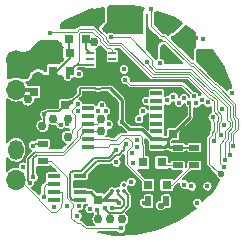
<source format=gbr>
G04 #@! TF.FileFunction,Copper,L4,Bot,Signal*
%FSLAX46Y46*%
G04 Gerber Fmt 4.6, Leading zero omitted, Abs format (unit mm)*
G04 Created by KiCad (PCBNEW 4.0.6) date Wed Feb  7 00:12:24 2018*
%MOMM*%
%LPD*%
G01*
G04 APERTURE LIST*
%ADD10C,0.100000*%
%ADD11C,1.700000*%
%ADD12O,1.700000X1.700000*%
%ADD13O,1.300000X1.700000*%
%ADD14R,0.800000X0.750000*%
%ADD15R,0.750000X0.800000*%
%ADD16R,0.800000X0.800000*%
%ADD17R,0.900000X0.500000*%
%ADD18R,0.500000X0.900000*%
%ADD19R,1.000000X0.400000*%
%ADD20R,1.060000X0.400000*%
%ADD21R,1.200000X1.200000*%
%ADD22C,1.200000*%
%ADD23C,0.350000*%
%ADD24C,1.500000*%
%ADD25C,0.750000*%
%ADD26R,0.700000X0.250000*%
%ADD27R,0.610000X0.710000*%
%ADD28C,0.450000*%
%ADD29C,0.550000*%
%ADD30C,0.150000*%
%ADD31C,0.300000*%
%ADD32C,0.125000*%
%ADD33C,0.200000*%
%ADD34C,0.250000*%
G04 APERTURE END LIST*
D10*
D11*
X151000000Y-84920000D03*
D12*
X151000000Y-87460000D03*
X151000000Y-90000000D03*
D13*
X151000000Y-92540000D03*
D12*
X151000000Y-95080000D03*
D14*
X152527000Y-87630000D03*
X154027000Y-87630000D03*
D15*
X155194000Y-88761000D03*
X155194000Y-87261000D03*
X164338000Y-91186000D03*
X164338000Y-89686000D03*
X154178000Y-84352000D03*
X154178000Y-85852000D03*
X157988000Y-96750000D03*
X157988000Y-95250000D03*
D16*
X163334500Y-93599000D03*
X161734500Y-93599000D03*
X163779000Y-95504000D03*
X162179000Y-95504000D03*
D17*
X164719000Y-92341000D03*
X164719000Y-93841000D03*
X166116000Y-92341000D03*
X166116000Y-93841000D03*
D18*
X162203000Y-96901000D03*
X163703000Y-96901000D03*
D17*
X153289000Y-92000000D03*
X153289000Y-93500000D03*
D19*
X157100000Y-92275000D03*
X157100000Y-91625000D03*
X157100000Y-90975000D03*
X157100000Y-90325000D03*
X157100000Y-89675000D03*
X157100000Y-89025000D03*
X157100000Y-88375000D03*
X157100000Y-87725000D03*
X162900000Y-87725000D03*
X162900000Y-88375000D03*
X162900000Y-89025000D03*
X162900000Y-89675000D03*
X162900000Y-90325000D03*
X162900000Y-90975000D03*
X162900000Y-91625000D03*
X162900000Y-92275000D03*
D20*
X156421000Y-94778000D03*
X156421000Y-95428000D03*
X156421000Y-96088000D03*
X156421000Y-96738000D03*
X154221000Y-96738000D03*
X154221000Y-96088000D03*
X154221000Y-95428000D03*
X154221000Y-94778000D03*
D21*
X152908000Y-84500000D03*
D22*
X152908000Y-86500000D03*
D23*
X160139000Y-96004000D03*
X160139000Y-95504000D03*
X160139000Y-95004000D03*
X159639000Y-95004000D03*
X159139000Y-95004000D03*
X159139000Y-95504000D03*
X159139000Y-96004000D03*
X159639000Y-96012000D03*
D24*
X168021000Y-85852000D03*
X163750000Y-82000000D03*
X157480000Y-81280000D03*
D25*
X154178000Y-89916000D03*
X155448000Y-89916000D03*
X155384500Y-91440000D03*
X158242000Y-90932000D03*
X158242000Y-89916000D03*
X152019000Y-88265000D03*
X158115000Y-88011000D03*
X157988000Y-98425000D03*
X159004000Y-98425000D03*
X160020000Y-98425000D03*
X156972000Y-98425000D03*
D15*
X155575000Y-85852000D03*
X155575000Y-84352000D03*
D14*
X156960000Y-83185000D03*
X155460000Y-83185000D03*
D26*
X157317000Y-85336000D03*
X157317000Y-84836000D03*
X157317000Y-84336000D03*
X159167000Y-84336000D03*
X159167000Y-84836000D03*
X159167000Y-85336000D03*
D27*
X158242000Y-84481000D03*
X158242000Y-85191000D03*
D25*
X157607000Y-83439000D03*
X153250000Y-90500000D03*
X154178000Y-91313000D03*
D28*
X155386493Y-86331097D03*
X161649050Y-94382950D03*
X162941000Y-98552000D03*
X159461200Y-99618800D03*
X161366200Y-99364800D03*
X153798493Y-94094909D03*
X150622000Y-91262200D03*
X164303002Y-97104200D03*
X167259000Y-90424000D03*
X164210996Y-98298000D03*
X157949393Y-86944519D03*
D29*
X158242000Y-86741000D03*
D28*
X165070147Y-89611288D03*
X167501989Y-94964873D03*
X159131000Y-91313000D03*
X154305000Y-87249000D03*
X155295000Y-87793000D03*
X156062691Y-87106432D03*
X156845000Y-86741028D03*
D29*
X156337000Y-86741000D03*
D28*
X155956000Y-86614000D03*
D29*
X157607000Y-86741000D03*
D28*
X158115000Y-88011000D03*
X166345210Y-93240998D03*
X163750002Y-90290000D03*
X160655000Y-88519000D03*
X154600510Y-91455490D03*
X158477508Y-95015959D03*
X156972000Y-98425000D03*
X157226000Y-95267500D03*
X154585000Y-87793000D03*
X158551564Y-82367436D03*
X154432000Y-85089980D03*
X153289010Y-85598000D03*
X153924000Y-85090000D03*
X169292422Y-87755586D03*
X166370000Y-97028000D03*
X164286104Y-83075403D03*
X164404043Y-84642957D03*
X165859100Y-84521400D03*
X152908000Y-85344000D03*
X152146000Y-85725000D03*
X151638000Y-85979000D03*
X151130000Y-85979000D03*
X150622000Y-85979000D03*
X152146000Y-85217000D03*
X152146000Y-84582000D03*
X153416000Y-83566000D03*
X152908000Y-83693000D03*
X160147000Y-81534000D03*
X159004000Y-81534000D03*
X159004000Y-82169000D03*
X160147000Y-82169000D03*
X160000000Y-80750000D03*
X159500000Y-80500000D03*
X159000000Y-80750000D03*
X161036000Y-81509000D03*
X165249982Y-82500000D03*
X165750000Y-82500000D03*
X166243000Y-83058016D03*
X163449000Y-83820000D03*
X163449000Y-84582000D03*
X165354000Y-83934500D03*
X159828998Y-98425000D03*
X151612600Y-93954600D03*
X153416024Y-89535000D03*
X165683278Y-88533226D03*
X155693609Y-88517121D03*
X159721990Y-97008041D03*
X159955973Y-90185956D03*
D29*
X163250000Y-97250000D03*
D28*
X159893000Y-99187000D03*
X153340998Y-96561252D03*
X168783000Y-86995000D03*
X167386000Y-84836000D03*
X167894000Y-84664340D03*
X167513000Y-84328000D03*
X165867164Y-95625928D03*
X169099941Y-92935038D03*
X163068000Y-83312000D03*
X155750000Y-81750000D03*
X155250000Y-82000000D03*
X156250000Y-81500000D03*
X168330589Y-91264063D03*
X152492054Y-94840820D03*
X152180324Y-95324000D03*
X157861000Y-97663000D03*
X159126777Y-97426875D03*
X158520161Y-97462743D03*
X168654067Y-90429594D03*
X156337000Y-86106000D03*
X160147000Y-85725000D03*
X168473180Y-89103267D03*
X167766239Y-91765003D03*
X153924000Y-82677000D03*
X159020298Y-83015173D03*
X168748246Y-93389955D03*
X162110865Y-85091164D03*
X168652847Y-93986306D03*
X169418000Y-92201986D03*
X162433000Y-80645000D03*
X167214990Y-95615884D03*
X163166392Y-85194311D03*
X160274000Y-86614000D03*
X166116000Y-88011000D03*
X167671001Y-89779588D03*
D29*
X168402000Y-94615000D03*
D28*
X166878000Y-83185000D03*
X165260524Y-95470476D03*
X161850050Y-97000000D03*
X152440574Y-92164935D03*
X167259000Y-88518988D03*
X156364944Y-97288001D03*
X155346324Y-97306576D03*
X166736250Y-88279469D03*
X166255045Y-88594222D03*
X154224528Y-97362472D03*
X157236342Y-97539447D03*
X165227000Y-88157010D03*
X157948890Y-89252877D03*
X164801990Y-88545701D03*
X164338000Y-88030010D03*
X158265743Y-88773038D03*
X158638706Y-89243022D03*
X163837400Y-88347990D03*
X158862089Y-90381783D03*
X162049998Y-88392011D03*
X161761014Y-89265142D03*
X156210000Y-98171000D03*
X161417212Y-89927965D03*
X156252368Y-89265667D03*
X160909000Y-93620612D03*
X161271148Y-91691593D03*
X161265807Y-92266580D03*
X160782000Y-95250000D03*
X160842600Y-92770600D03*
X159507252Y-93599000D03*
X160340393Y-92077917D03*
X159517572Y-92541931D03*
X154784169Y-90411248D03*
X155353644Y-90331644D03*
X156266827Y-88682228D03*
D30*
X155386493Y-86331097D02*
X155386493Y-86040507D01*
X155386493Y-86040507D02*
X155575000Y-85852000D01*
X152019000Y-88265000D02*
X152019000Y-88138000D01*
X152019000Y-88138000D02*
X152527000Y-87630000D01*
X151000000Y-87460000D02*
X151214000Y-87460000D01*
X151214000Y-87460000D02*
X152019000Y-88265000D01*
D10*
X159167000Y-84336000D02*
X159167000Y-84111000D01*
X157818999Y-82888999D02*
X157480000Y-82550000D01*
X156464000Y-82550000D02*
X156384999Y-82629001D01*
X156384999Y-85017001D02*
X156066000Y-85336000D01*
X159167000Y-84111000D02*
X159003000Y-83947000D01*
X159003000Y-83947000D02*
X158750000Y-83947000D01*
X157871001Y-82888999D02*
X157818999Y-82888999D01*
X158750000Y-83947000D02*
X158157001Y-83354001D01*
X158157001Y-83354001D02*
X158157001Y-83174999D01*
X158157001Y-83174999D02*
X157871001Y-82888999D01*
X157480000Y-82550000D02*
X156464000Y-82550000D01*
X156384999Y-82629001D02*
X156384999Y-85017001D01*
D30*
X155575000Y-85852000D02*
X155575000Y-85827000D01*
X156066000Y-85336000D02*
X157317000Y-85336000D01*
X155575000Y-85827000D02*
X156066000Y-85336000D01*
D31*
X151000000Y-87460000D02*
X152648000Y-87460000D01*
D30*
X158242000Y-85191000D02*
X158242000Y-86741000D01*
X154600510Y-91455490D02*
X154320490Y-91455490D01*
X154320490Y-91455490D02*
X154178000Y-91313000D01*
X164338000Y-89686000D02*
X164995435Y-89686000D01*
X164995435Y-89686000D02*
X165070147Y-89611288D01*
X159385000Y-91059000D02*
X159131000Y-91313000D01*
X159385000Y-89027000D02*
X159385000Y-91059000D01*
X158743999Y-88385999D02*
X159385000Y-89027000D01*
X158115000Y-88011000D02*
X158489999Y-88385999D01*
X158489999Y-88385999D02*
X158743999Y-88385999D01*
X154511001Y-85852000D02*
X154178000Y-85852000D01*
X155575000Y-84352000D02*
X155575000Y-84788001D01*
X155575000Y-84788001D02*
X154511001Y-85852000D01*
X158242000Y-84481000D02*
X158242000Y-85191000D01*
X159167000Y-85336000D02*
X158387000Y-85336000D01*
X158387000Y-85336000D02*
X158242000Y-85191000D01*
X155460000Y-83185000D02*
X155460000Y-84237000D01*
X155460000Y-84237000D02*
X155575000Y-84352000D01*
X154178000Y-85852000D02*
X154178000Y-85877000D01*
X154178000Y-85877000D02*
X155194000Y-86893000D01*
X155194000Y-86893000D02*
X155194000Y-87261000D01*
X153924000Y-87146000D02*
X153924000Y-86106000D01*
X153924000Y-86106000D02*
X154178000Y-85852000D01*
D32*
X157100000Y-87725000D02*
X157829000Y-87725000D01*
X157829000Y-87725000D02*
X158115000Y-88011000D01*
X157100000Y-88375000D02*
X157751000Y-88375000D01*
X157751000Y-88375000D02*
X158115000Y-88011000D01*
X164338000Y-89686000D02*
X164338000Y-89702002D01*
X164338000Y-89702002D02*
X163750002Y-90290000D01*
D30*
X159139000Y-95004000D02*
X158489467Y-95004000D01*
X158252509Y-95240958D02*
X158477508Y-95015959D01*
X158243467Y-95250000D02*
X158252509Y-95240958D01*
X158489467Y-95004000D02*
X158477508Y-95015959D01*
X157988000Y-95250000D02*
X158243467Y-95250000D01*
X159139000Y-95504000D02*
X159139000Y-95004000D01*
X159639000Y-95004000D02*
X159139000Y-95004000D01*
X160139000Y-95004000D02*
X159639000Y-95004000D01*
X156421000Y-95428000D02*
X157065500Y-95428000D01*
X157065500Y-95428000D02*
X157226000Y-95267500D01*
X157988000Y-95250000D02*
X157243500Y-95250000D01*
X157243500Y-95250000D02*
X157226000Y-95267500D01*
X153924000Y-87261000D02*
X153924000Y-86881000D01*
X153924000Y-87261000D02*
X153669000Y-87261000D01*
X153669000Y-87261000D02*
X152908000Y-86500000D01*
X155194000Y-87261000D02*
X155117000Y-87261000D01*
X155117000Y-87261000D02*
X154585000Y-87793000D01*
X153924000Y-87261000D02*
X154053000Y-87261000D01*
X154053000Y-87261000D02*
X154585000Y-87793000D01*
X154431980Y-85090000D02*
X154432000Y-85089980D01*
X153924000Y-85090000D02*
X154431980Y-85090000D01*
D33*
X164719000Y-92341000D02*
X166116000Y-92341000D01*
D34*
X163899000Y-92026000D02*
X163899000Y-92209000D01*
X163899000Y-92209000D02*
X164019000Y-92329000D01*
X164019000Y-92329000D02*
X164719000Y-92329000D01*
X164719000Y-92329000D02*
X164731000Y-92341000D01*
D30*
X155693609Y-88517121D02*
X156399999Y-87810731D01*
X156399999Y-87810731D02*
X156399999Y-87364999D01*
X156399999Y-87364999D02*
X156439999Y-87324999D01*
X156439999Y-87324999D02*
X157727999Y-87324999D01*
X157727999Y-87324999D02*
X157779000Y-87376000D01*
X157779000Y-87376000D02*
X158115000Y-87376000D01*
X158115000Y-87376000D02*
X158166001Y-87324999D01*
X158166001Y-87324999D02*
X158952999Y-87324999D01*
X153250000Y-90500000D02*
X153416000Y-90334000D01*
X153416000Y-90334000D02*
X153416000Y-89535024D01*
X153416000Y-89535024D02*
X153416024Y-89535000D01*
X153416024Y-89535000D02*
X153670024Y-89281000D01*
X153670024Y-89281000D02*
X154674000Y-89281000D01*
X154674000Y-89281000D02*
X155194000Y-88761000D01*
D34*
X159955973Y-90185956D02*
X159955973Y-88327973D01*
X159955973Y-88327973D02*
X158952999Y-87324999D01*
D30*
X165710000Y-89789000D02*
X165778171Y-89720829D01*
X165778171Y-89720829D02*
X165778171Y-88628119D01*
X165778171Y-88628119D02*
X165683278Y-88533226D01*
X155194000Y-88761000D02*
X155194000Y-88773000D01*
X155468610Y-88742120D02*
X155693609Y-88517121D01*
X155449730Y-88761000D02*
X155468610Y-88742120D01*
X155194000Y-88761000D02*
X155449730Y-88761000D01*
D34*
X162900000Y-91625000D02*
X162491000Y-91625000D01*
X162491000Y-91625000D02*
X161671000Y-90805000D01*
X161671000Y-90805000D02*
X160575017Y-90805000D01*
X160575017Y-90805000D02*
X159955973Y-90185956D01*
X159463949Y-96750000D02*
X159496991Y-96783042D01*
X159496991Y-96783042D02*
X159721990Y-97008041D01*
X158393000Y-96750000D02*
X159463949Y-96750000D01*
X157988000Y-96750000D02*
X157326000Y-96088000D01*
X157326000Y-96088000D02*
X156421000Y-96088000D01*
X157988000Y-96750000D02*
X158393000Y-96750000D01*
X158393000Y-96750000D02*
X159139000Y-96004000D01*
X164338000Y-91186000D02*
X164338000Y-91161000D01*
X164338000Y-91161000D02*
X165710000Y-89789000D01*
X162900000Y-92275000D02*
X163650000Y-92275000D01*
X163650000Y-92275000D02*
X163899000Y-92026000D01*
X163899000Y-92026000D02*
X163899000Y-91625000D01*
X164338000Y-91186000D02*
X163899000Y-91625000D01*
X163899000Y-91625000D02*
X162900000Y-91625000D01*
D32*
X164719000Y-93841000D02*
X163576500Y-93841000D01*
X163576500Y-93841000D02*
X163334500Y-93599000D01*
D10*
X158938998Y-91713002D02*
X158850996Y-91625000D01*
X159450002Y-91713002D02*
X158938998Y-91713002D01*
X159871421Y-91291583D02*
X159450002Y-91713002D01*
X161671000Y-91481831D02*
X161671000Y-91440000D01*
X161671149Y-91481980D02*
X161671000Y-91481831D01*
X161671149Y-92061151D02*
X161671149Y-91481980D01*
X158850996Y-91625000D02*
X157100000Y-91625000D01*
X161734500Y-92124502D02*
X161671149Y-92061151D01*
X161734500Y-93599000D02*
X161734500Y-92124502D01*
X161671000Y-91440000D02*
X161522583Y-91291583D01*
X161522583Y-91291583D02*
X159871421Y-91291583D01*
X157400000Y-91625000D02*
X157100000Y-91625000D01*
D32*
X166116000Y-93841000D02*
X165916000Y-93841000D01*
X165916000Y-93841000D02*
X164253000Y-95504000D01*
X164253000Y-95504000D02*
X163779000Y-95504000D01*
D10*
X158804000Y-92275000D02*
X157100000Y-92275000D01*
X160845500Y-92202000D02*
X160845500Y-91884500D01*
X160845500Y-91884500D02*
X160528000Y-91567000D01*
X162179000Y-95478600D02*
X160426400Y-93726000D01*
X162179000Y-95504000D02*
X162179000Y-95478600D01*
X160426400Y-93726000D02*
X160426400Y-92621100D01*
X160426400Y-92621100D02*
X160845500Y-92202000D01*
X160274000Y-91567000D02*
X159766000Y-92075000D01*
X160528000Y-91567000D02*
X160274000Y-91567000D01*
X159766000Y-92075000D02*
X159004000Y-92075000D01*
X159004000Y-92075000D02*
X158804000Y-92275000D01*
D32*
X163703000Y-96901000D02*
X163599000Y-96901000D01*
X163599000Y-96901000D02*
X163250000Y-97250000D01*
X159893000Y-99187000D02*
X156901498Y-99187000D01*
X156901498Y-99187000D02*
X156464000Y-98749502D01*
X156464000Y-98749502D02*
X156153502Y-98749502D01*
X156153502Y-98749502D02*
X155702000Y-98298000D01*
X153864000Y-93500000D02*
X153289000Y-93500000D01*
X155702000Y-98298000D02*
X155702000Y-97536000D01*
X155321000Y-96647000D02*
X155321000Y-94869000D01*
X155702000Y-97536000D02*
X155829000Y-97409000D01*
X155829000Y-97409000D02*
X155829000Y-97155000D01*
X155829000Y-97155000D02*
X155321000Y-96647000D01*
X155321000Y-94869000D02*
X153952000Y-93500000D01*
X153952000Y-93500000D02*
X153864000Y-93500000D01*
X154221000Y-95428000D02*
X153566000Y-95428000D01*
X153340998Y-95653002D02*
X153340998Y-96561252D01*
X153566000Y-95428000D02*
X153340998Y-95653002D01*
X154432000Y-97790000D02*
X153959242Y-97790000D01*
X154813000Y-97155000D02*
X154813000Y-97409000D01*
X154432000Y-97790000D02*
X154813000Y-97409000D01*
X154221000Y-96088000D02*
X154876000Y-96088000D01*
X154876000Y-96088000D02*
X154938501Y-96150501D01*
X154938501Y-96150501D02*
X154938501Y-97029499D01*
X153959242Y-97790000D02*
X152928496Y-96759254D01*
X154938501Y-97029499D02*
X154813000Y-97155000D01*
X152019000Y-95758000D02*
X151341000Y-95080000D01*
X152928496Y-96759254D02*
X152928496Y-96667496D01*
X152928496Y-96667496D02*
X152019000Y-95758000D01*
D30*
X151341000Y-95080000D02*
X151000000Y-95080000D01*
X167513000Y-84328000D02*
X167513000Y-84709000D01*
X167513000Y-84709000D02*
X167386000Y-84836000D01*
X168021000Y-85852000D02*
X168021000Y-84791340D01*
X168021000Y-84791340D02*
X167557660Y-84328000D01*
X167557660Y-84328000D02*
X167513000Y-84328000D01*
D10*
X169017998Y-92853095D02*
X169099941Y-92935038D01*
X169192989Y-91092798D02*
X169192989Y-91727799D01*
X169557348Y-90728440D02*
X169192989Y-91092798D01*
X169557348Y-89992560D02*
X169557348Y-90728440D01*
X169348475Y-89783688D02*
X169557348Y-89992560D01*
X169017998Y-91902790D02*
X169017998Y-92853095D01*
X169348475Y-88739202D02*
X169348475Y-89783688D01*
X167831039Y-87221766D02*
X169348475Y-88739202D01*
X165979380Y-85459956D02*
X167741190Y-87221766D01*
X163638787Y-83312000D02*
X165786743Y-85459956D01*
X163068000Y-83312000D02*
X163638787Y-83312000D01*
X169192989Y-91727799D02*
X169017998Y-91902790D01*
X165786743Y-85459956D02*
X165979380Y-85459956D01*
X167741190Y-87221766D02*
X167831039Y-87221766D01*
X157480000Y-81861572D02*
X157480000Y-81280000D01*
X158607023Y-82988595D02*
X157480000Y-81861572D01*
X158607023Y-83167599D02*
X158607023Y-82988595D01*
X162588989Y-86134989D02*
X159912002Y-83458002D01*
X158897426Y-83458002D02*
X158607023Y-83167599D01*
X159912002Y-83458002D02*
X158897426Y-83458002D01*
X165658204Y-86134989D02*
X162588989Y-86134989D01*
X167550393Y-87896799D02*
X167420014Y-87896799D01*
X167420014Y-87896799D02*
X165658204Y-86134989D01*
X167992011Y-88338417D02*
X167550393Y-87896799D01*
X167992011Y-89187798D02*
X167992011Y-88338417D01*
X168373011Y-90118648D02*
X168373011Y-89568798D01*
X168373011Y-89568798D02*
X167992011Y-89187798D01*
X168228457Y-91161931D02*
X168228457Y-90263202D01*
X168228457Y-90263202D02*
X168373011Y-90118648D01*
X168330589Y-91264063D02*
X168228457Y-91161931D01*
D30*
X155500000Y-82000000D02*
X155750000Y-81750000D01*
X155250000Y-82000000D02*
X155500000Y-82000000D01*
X157480000Y-81280000D02*
X156470000Y-81280000D01*
X156470000Y-81280000D02*
X156250000Y-81500000D01*
X152492054Y-94522622D02*
X152492054Y-94840820D01*
X152786996Y-92964000D02*
X152492054Y-93258942D01*
X152492054Y-93258942D02*
X152492054Y-94522622D01*
D10*
X156424999Y-91350001D02*
X156800000Y-90975000D01*
X156424999Y-91543214D02*
X156424999Y-91350001D01*
X155004213Y-92964000D02*
X156424999Y-91543214D01*
X152786996Y-92964000D02*
X155004213Y-92964000D01*
X156800000Y-90975000D02*
X157100000Y-90975000D01*
X157100000Y-90975000D02*
X158199000Y-90975000D01*
X158199000Y-90975000D02*
X158242000Y-90932000D01*
D30*
X152050001Y-95193677D02*
X152180324Y-95324000D01*
X152651084Y-92688990D02*
X152050001Y-93290073D01*
X152673082Y-92688990D02*
X152651084Y-92688990D01*
X152050001Y-93290073D02*
X152050001Y-95193677D01*
D10*
X157100000Y-90325000D02*
X156800000Y-90325000D01*
X156800000Y-90325000D02*
X156199988Y-90925012D01*
X156199988Y-90925012D02*
X156199988Y-91450012D01*
X156199988Y-91450012D02*
X154961010Y-92688990D01*
X154961010Y-92688990D02*
X152673082Y-92688990D01*
X158242000Y-89916000D02*
X157833000Y-90325000D01*
X157833000Y-90325000D02*
X157100000Y-90325000D01*
D30*
X159925991Y-97433042D02*
X160146991Y-97212042D01*
X159639000Y-96259487D02*
X159639000Y-96012000D01*
X160146991Y-96767478D02*
X159639000Y-96259487D01*
X159517989Y-97433042D02*
X159925991Y-97433042D01*
X160146991Y-97212042D02*
X160146991Y-96767478D01*
X159511822Y-97426875D02*
X159517989Y-97433042D01*
X159126777Y-97426875D02*
X159511822Y-97426875D01*
X157988000Y-98425000D02*
X157988000Y-97790000D01*
X157988000Y-97790000D02*
X157861000Y-97663000D01*
X158909294Y-97851876D02*
X158961206Y-97851876D01*
X158961206Y-97851876D02*
X159004000Y-97894670D01*
X159004000Y-97894670D02*
X159004000Y-98425000D01*
X160139000Y-96004000D02*
X160528000Y-96393000D01*
X158745160Y-97687742D02*
X158520161Y-97462743D01*
X158909294Y-97851876D02*
X158745160Y-97687742D01*
X159958124Y-97851876D02*
X158909294Y-97851876D01*
X160528000Y-97282000D02*
X159958124Y-97851876D01*
X160528000Y-96393000D02*
X160528000Y-97282000D01*
D10*
X156145788Y-82550000D02*
X154051000Y-82550000D01*
X158382012Y-83081797D02*
X157625204Y-82324989D01*
X167326812Y-88121810D02*
X165565002Y-86360000D01*
X158814212Y-83693000D02*
X158382012Y-83260800D01*
X157625204Y-82324989D02*
X156370798Y-82324989D01*
X159828788Y-83693000D02*
X158814212Y-83693000D01*
X158382012Y-83260800D02*
X158382012Y-83081797D01*
X162495788Y-86360000D02*
X159828788Y-83693000D01*
X165565002Y-86360000D02*
X162495788Y-86360000D01*
X167457191Y-88121810D02*
X167326812Y-88121810D01*
X154051000Y-82550000D02*
X153924000Y-82677000D01*
X167767000Y-88431619D02*
X167457191Y-88121810D01*
X168148000Y-89662000D02*
X167767000Y-89281000D01*
X167767000Y-89281000D02*
X167767000Y-88431619D01*
X156370798Y-82324989D02*
X156145788Y-82550000D01*
X168003446Y-90170000D02*
X168148000Y-90025446D01*
X168148000Y-90025446D02*
X168148000Y-89662000D01*
X168003446Y-90962967D02*
X168003446Y-90170000D01*
X167894000Y-91072413D02*
X168003446Y-90962967D01*
X167894000Y-91637242D02*
X167894000Y-91072413D01*
X167766239Y-91765003D02*
X167894000Y-91637242D01*
X162560000Y-84948297D02*
X160626876Y-83015173D01*
X169123464Y-88832404D02*
X167737837Y-87446777D01*
X169123464Y-89876890D02*
X169123464Y-88832404D01*
X168967978Y-90999596D02*
X169332337Y-90635238D01*
X162902392Y-85684967D02*
X162560000Y-85342575D01*
X160626876Y-83015173D02*
X159020298Y-83015173D01*
X162560000Y-85342575D02*
X162560000Y-84948297D01*
X165844608Y-85684967D02*
X162902392Y-85684967D01*
X167606418Y-87446777D02*
X165844608Y-85684967D01*
X167737837Y-87446777D02*
X167606418Y-87446777D01*
X169332337Y-90085763D02*
X169123464Y-89876890D01*
X169332337Y-90635238D02*
X169332337Y-90085763D01*
X168967978Y-91634597D02*
X168967978Y-90999596D01*
X168699939Y-93341648D02*
X168699939Y-91902636D01*
X168748246Y-93389955D02*
X168699939Y-93341648D01*
X168699939Y-91902636D02*
X168967978Y-91634597D01*
X167513216Y-87671788D02*
X165751406Y-85909978D01*
X165751406Y-85909978D02*
X162809190Y-85909978D01*
X167644635Y-87671788D02*
X167513216Y-87671788D01*
X168742968Y-90906393D02*
X169107326Y-90542036D01*
X168652847Y-93986306D02*
X168275000Y-93608459D01*
X162809190Y-85909978D02*
X162110865Y-85211653D01*
X162110865Y-85211653D02*
X162110865Y-85091164D01*
X168275000Y-92009362D02*
X168742967Y-91541395D01*
X168742967Y-91541395D02*
X168742968Y-90906393D01*
X168275000Y-93608459D02*
X168275000Y-92009362D01*
X168898453Y-88925606D02*
X167644635Y-87671788D01*
X168898453Y-89970092D02*
X168898453Y-88925606D01*
X169107326Y-90178964D02*
X168898453Y-89970092D01*
X169107326Y-90542036D02*
X169107326Y-90178964D01*
X169418000Y-91186000D02*
X169418000Y-92201986D01*
X169573486Y-88646000D02*
X169573486Y-89690486D01*
X169573486Y-89690486D02*
X169799000Y-89916000D01*
X162433000Y-80645000D02*
X162433000Y-82042000D01*
X162433000Y-82042000D02*
X163322000Y-82931000D01*
X165834002Y-85189002D02*
X166026639Y-85189002D01*
X166026639Y-85189002D02*
X167834392Y-86996755D01*
X167834392Y-86996755D02*
X167924241Y-86996755D01*
X163322000Y-82931000D02*
X163576000Y-82931000D01*
X163576000Y-82931000D02*
X165834002Y-85189002D01*
X167924241Y-86996755D02*
X169573486Y-88646000D01*
X169799000Y-89916000D02*
X169799000Y-90805000D01*
X169799000Y-90805000D02*
X169418000Y-91186000D01*
X167640000Y-91313000D02*
X167640000Y-91008200D01*
X167741600Y-90906600D02*
X167640000Y-91008200D01*
X167741600Y-90168385D02*
X167741600Y-90906600D01*
X167671001Y-89779588D02*
X167671001Y-90097786D01*
X167671001Y-90097786D02*
X167741600Y-90168385D01*
X168402000Y-94615000D02*
X168127001Y-94340001D01*
X168127001Y-94340001D02*
X168000001Y-94340001D01*
X168000001Y-94340001D02*
X167366238Y-93706238D01*
X167366238Y-93706238D02*
X167366238Y-91573002D01*
X167366238Y-91573002D02*
X167379120Y-91560120D01*
X167379120Y-91560120D02*
X167640000Y-91313000D01*
X166116000Y-88011000D02*
X165105000Y-87000000D01*
X165105000Y-87000000D02*
X160660000Y-87000000D01*
X160660000Y-87000000D02*
X160274000Y-86614000D01*
D30*
X162203000Y-96901000D02*
X161949050Y-96901000D01*
X161949050Y-96901000D02*
X161850050Y-97000000D01*
X152605509Y-92000000D02*
X152440574Y-92164935D01*
X153289000Y-92000000D02*
X152605509Y-92000000D01*
X156421000Y-94778000D02*
X156605800Y-94778000D01*
X156605800Y-94778000D02*
X157894780Y-93489020D01*
X157894780Y-93489020D02*
X158988230Y-93489020D01*
X158988230Y-93489020D02*
X159509011Y-92968239D01*
X159509011Y-92968239D02*
X159725381Y-92968239D01*
X159725381Y-92968239D02*
X159896989Y-92796631D01*
X159896989Y-92796631D02*
X159896989Y-92733443D01*
X159896989Y-92733443D02*
X160115394Y-92515038D01*
X160115394Y-92515038D02*
X160115394Y-92302916D01*
X160115394Y-92302916D02*
X160340393Y-92077917D01*
X156421000Y-96738000D02*
X155783246Y-96738000D01*
X155783246Y-96738000D02*
X155583511Y-96538265D01*
X155583511Y-96538265D02*
X155583511Y-94525487D01*
X155583511Y-94525487D02*
X155824198Y-94284800D01*
X155824198Y-94284800D02*
X156514800Y-94284800D01*
X156514800Y-94284800D02*
X157607000Y-93192600D01*
X157607000Y-93192600D02*
X158866903Y-93192600D01*
X158866903Y-93192600D02*
X159517572Y-92541931D01*
D10*
X154784169Y-90411248D02*
X154673248Y-90411248D01*
X154673248Y-90411248D02*
X154178000Y-89916000D01*
X155353644Y-90013446D02*
X155353644Y-90331644D01*
X155353644Y-90010356D02*
X155353644Y-90013446D01*
X155448000Y-89916000D02*
X155353644Y-90010356D01*
X155384500Y-91440000D02*
X155759499Y-91065001D01*
X155765500Y-89183555D02*
X156266827Y-88682228D01*
X155759499Y-90874501D02*
X156013499Y-90620501D01*
X156013499Y-90620501D02*
X156013499Y-89592499D01*
X155759499Y-91065001D02*
X155759499Y-90874501D01*
X156013499Y-89592499D02*
X155765500Y-89344500D01*
X155765500Y-89344500D02*
X155765500Y-89183555D01*
X157607000Y-83439000D02*
X157214000Y-83439000D01*
X157214000Y-83439000D02*
X156960000Y-83185000D01*
D30*
X156960000Y-83185000D02*
X156960000Y-83979000D01*
X156960000Y-83979000D02*
X157317000Y-84336000D01*
G36*
X154524324Y-83335189D02*
X154554271Y-83380010D01*
X154566707Y-83395164D01*
X154604836Y-83433293D01*
X154619990Y-83445729D01*
X154664811Y-83475676D01*
X154682100Y-83484917D01*
X154731897Y-83505545D01*
X154750656Y-83511236D01*
X154783670Y-83517802D01*
X154783670Y-83560000D01*
X154787162Y-83603793D01*
X154810164Y-83678070D01*
X154852949Y-83742998D01*
X154912128Y-83793436D01*
X154961377Y-83815636D01*
X154934610Y-83875016D01*
X154923670Y-83952000D01*
X154923670Y-84752000D01*
X154927162Y-84795793D01*
X154950164Y-84870070D01*
X154969148Y-84898879D01*
X154665436Y-85202591D01*
X154629984Y-85186610D01*
X154553000Y-85175670D01*
X153803000Y-85175670D01*
X153759207Y-85179162D01*
X153684930Y-85202164D01*
X153620002Y-85244949D01*
X153569564Y-85304128D01*
X153537610Y-85375016D01*
X153526670Y-85452000D01*
X153526670Y-85881171D01*
X153468445Y-85822539D01*
X153326185Y-85726583D01*
X153167997Y-85660087D01*
X152999905Y-85625583D01*
X152828313Y-85624385D01*
X152659756Y-85656539D01*
X152500654Y-85720820D01*
X152357069Y-85814780D01*
X152234468Y-85934839D01*
X152137521Y-86076426D01*
X152069922Y-86234146D01*
X152045664Y-86348270D01*
X151978859Y-86415075D01*
X151972266Y-86420486D01*
X151968008Y-86422762D01*
X151963386Y-86424164D01*
X151954895Y-86425000D01*
X151445561Y-86425000D01*
X151239344Y-86359584D01*
X151021150Y-86335110D01*
X151005443Y-86335000D01*
X150994557Y-86335000D01*
X150776043Y-86356425D01*
X150565853Y-86419886D01*
X150556235Y-86425000D01*
X150325000Y-86425000D01*
X150325000Y-84765897D01*
X150334624Y-84667750D01*
X150358508Y-84588641D01*
X150397307Y-84515671D01*
X150449539Y-84451629D01*
X150513215Y-84398951D01*
X150585908Y-84359646D01*
X150664859Y-84335207D01*
X150761965Y-84325000D01*
X151633400Y-84325000D01*
X151640057Y-84324347D01*
X151646729Y-84324726D01*
X151651262Y-84324509D01*
X151733563Y-84319979D01*
X151755842Y-84316549D01*
X151778271Y-84314390D01*
X151782718Y-84313485D01*
X151925946Y-84283302D01*
X151954013Y-84274452D01*
X151982252Y-84265980D01*
X151986439Y-84264229D01*
X152121077Y-84206801D01*
X152146910Y-84192658D01*
X152172945Y-84178873D01*
X152176711Y-84176342D01*
X152176710Y-84176342D01*
X152176713Y-84176341D01*
X152176715Y-84176339D01*
X152297631Y-84093857D01*
X152320241Y-84074952D01*
X152343090Y-84056383D01*
X152346294Y-84053169D01*
X152448889Y-83948767D01*
X152449826Y-83947606D01*
X153061747Y-83325000D01*
X154518878Y-83325000D01*
X154524324Y-83335189D01*
X154524324Y-83335189D01*
G37*
X154524324Y-83335189D02*
X154554271Y-83380010D01*
X154566707Y-83395164D01*
X154604836Y-83433293D01*
X154619990Y-83445729D01*
X154664811Y-83475676D01*
X154682100Y-83484917D01*
X154731897Y-83505545D01*
X154750656Y-83511236D01*
X154783670Y-83517802D01*
X154783670Y-83560000D01*
X154787162Y-83603793D01*
X154810164Y-83678070D01*
X154852949Y-83742998D01*
X154912128Y-83793436D01*
X154961377Y-83815636D01*
X154934610Y-83875016D01*
X154923670Y-83952000D01*
X154923670Y-84752000D01*
X154927162Y-84795793D01*
X154950164Y-84870070D01*
X154969148Y-84898879D01*
X154665436Y-85202591D01*
X154629984Y-85186610D01*
X154553000Y-85175670D01*
X153803000Y-85175670D01*
X153759207Y-85179162D01*
X153684930Y-85202164D01*
X153620002Y-85244949D01*
X153569564Y-85304128D01*
X153537610Y-85375016D01*
X153526670Y-85452000D01*
X153526670Y-85881171D01*
X153468445Y-85822539D01*
X153326185Y-85726583D01*
X153167997Y-85660087D01*
X152999905Y-85625583D01*
X152828313Y-85624385D01*
X152659756Y-85656539D01*
X152500654Y-85720820D01*
X152357069Y-85814780D01*
X152234468Y-85934839D01*
X152137521Y-86076426D01*
X152069922Y-86234146D01*
X152045664Y-86348270D01*
X151978859Y-86415075D01*
X151972266Y-86420486D01*
X151968008Y-86422762D01*
X151963386Y-86424164D01*
X151954895Y-86425000D01*
X151445561Y-86425000D01*
X151239344Y-86359584D01*
X151021150Y-86335110D01*
X151005443Y-86335000D01*
X150994557Y-86335000D01*
X150776043Y-86356425D01*
X150565853Y-86419886D01*
X150556235Y-86425000D01*
X150325000Y-86425000D01*
X150325000Y-84765897D01*
X150334624Y-84667750D01*
X150358508Y-84588641D01*
X150397307Y-84515671D01*
X150449539Y-84451629D01*
X150513215Y-84398951D01*
X150585908Y-84359646D01*
X150664859Y-84335207D01*
X150761965Y-84325000D01*
X151633400Y-84325000D01*
X151640057Y-84324347D01*
X151646729Y-84324726D01*
X151651262Y-84324509D01*
X151733563Y-84319979D01*
X151755842Y-84316549D01*
X151778271Y-84314390D01*
X151782718Y-84313485D01*
X151925946Y-84283302D01*
X151954013Y-84274452D01*
X151982252Y-84265980D01*
X151986439Y-84264229D01*
X152121077Y-84206801D01*
X152146910Y-84192658D01*
X152172945Y-84178873D01*
X152176711Y-84176342D01*
X152176710Y-84176342D01*
X152176713Y-84176341D01*
X152176715Y-84176339D01*
X152297631Y-84093857D01*
X152320241Y-84074952D01*
X152343090Y-84056383D01*
X152346294Y-84053169D01*
X152448889Y-83948767D01*
X152449826Y-83947606D01*
X153061747Y-83325000D01*
X154518878Y-83325000D01*
X154524324Y-83335189D01*
G36*
X166856826Y-88725677D02*
X166904632Y-88799857D01*
X166965935Y-88863338D01*
X167038401Y-88913703D01*
X167119270Y-88949034D01*
X167205460Y-88967984D01*
X167293691Y-88969832D01*
X167380599Y-88954508D01*
X167462876Y-88922595D01*
X167492000Y-88904112D01*
X167492000Y-89281000D01*
X167494481Y-89306305D01*
X167496693Y-89331586D01*
X167497096Y-89332972D01*
X167497237Y-89334414D01*
X167504593Y-89358777D01*
X167505290Y-89361178D01*
X167461509Y-89378867D01*
X167387665Y-89427189D01*
X167324613Y-89488934D01*
X167274755Y-89561750D01*
X167239990Y-89642863D01*
X167221642Y-89729184D01*
X167220410Y-89817425D01*
X167236341Y-89904225D01*
X167268827Y-89986277D01*
X167316633Y-90060457D01*
X167377936Y-90123938D01*
X167399891Y-90139197D01*
X167400694Y-90148372D01*
X167401097Y-90149758D01*
X167401238Y-90151200D01*
X167408594Y-90175563D01*
X167415668Y-90199912D01*
X167416333Y-90201194D01*
X167416751Y-90202580D01*
X167428664Y-90224985D01*
X167440366Y-90247562D01*
X167441271Y-90248695D01*
X167441948Y-90249969D01*
X167457970Y-90269614D01*
X167466600Y-90280424D01*
X167466600Y-90792692D01*
X167445546Y-90813746D01*
X167429407Y-90833393D01*
X167413094Y-90852834D01*
X167412399Y-90854098D01*
X167411479Y-90855218D01*
X167399471Y-90877614D01*
X167387238Y-90899866D01*
X167386800Y-90901247D01*
X167386118Y-90902519D01*
X167378705Y-90926765D01*
X167371009Y-90951024D01*
X167370848Y-90952463D01*
X167370425Y-90953845D01*
X167367859Y-90979107D01*
X167365027Y-91004360D01*
X167365007Y-91007190D01*
X167365002Y-91007240D01*
X167365006Y-91007287D01*
X167365000Y-91008200D01*
X167365000Y-91194704D01*
X167190002Y-91360472D01*
X167188816Y-91361839D01*
X167187400Y-91362969D01*
X167184666Y-91365666D01*
X167171784Y-91378548D01*
X167155645Y-91398195D01*
X167139332Y-91417636D01*
X167138637Y-91418900D01*
X167137717Y-91420020D01*
X167125709Y-91442416D01*
X167113476Y-91464668D01*
X167113038Y-91466049D01*
X167112356Y-91467321D01*
X167104943Y-91491567D01*
X167097247Y-91515826D01*
X167097086Y-91517265D01*
X167096663Y-91518647D01*
X167094098Y-91543906D01*
X167091265Y-91569162D01*
X167091245Y-91571992D01*
X167091240Y-91572042D01*
X167091244Y-91572089D01*
X167091238Y-91573002D01*
X167091238Y-93706238D01*
X167093719Y-93731543D01*
X167095931Y-93756824D01*
X167096334Y-93758210D01*
X167096475Y-93759652D01*
X167103831Y-93784015D01*
X167110905Y-93808364D01*
X167111570Y-93809646D01*
X167111988Y-93811032D01*
X167123901Y-93833437D01*
X167135603Y-93856014D01*
X167136508Y-93857147D01*
X167137185Y-93858421D01*
X167153207Y-93878066D01*
X167169087Y-93897958D01*
X167171072Y-93899970D01*
X167171106Y-93900012D01*
X167171145Y-93900044D01*
X167171784Y-93900692D01*
X167805546Y-94534455D01*
X167825192Y-94550592D01*
X167844635Y-94566907D01*
X167845902Y-94567604D01*
X167847019Y-94568521D01*
X167869395Y-94580519D01*
X167891667Y-94592763D01*
X167893046Y-94593201D01*
X167894319Y-94593883D01*
X167902191Y-94596290D01*
X167901343Y-94657041D01*
X167919044Y-94753485D01*
X167955140Y-94844655D01*
X168008258Y-94927076D01*
X168076372Y-94997611D01*
X168156890Y-95053573D01*
X168233457Y-95087024D01*
X167651475Y-96000408D01*
X166800281Y-96891005D01*
X166769249Y-96815716D01*
X166720412Y-96742211D01*
X166658228Y-96679592D01*
X166585066Y-96630243D01*
X166503712Y-96596045D01*
X166417265Y-96578300D01*
X166329018Y-96577684D01*
X166242332Y-96594220D01*
X166160508Y-96627279D01*
X166086664Y-96675601D01*
X166023612Y-96737346D01*
X165973754Y-96810162D01*
X165938989Y-96891275D01*
X165920641Y-96977596D01*
X165919409Y-97065837D01*
X165935340Y-97152637D01*
X165967826Y-97234689D01*
X166015632Y-97308869D01*
X166076935Y-97372350D01*
X166149401Y-97422715D01*
X166222866Y-97454811D01*
X164787560Y-98463405D01*
X163052495Y-99232132D01*
X161201167Y-99649206D01*
X159304084Y-99698746D01*
X157992758Y-99474500D01*
X159545035Y-99474500D01*
X159599935Y-99531350D01*
X159672401Y-99581715D01*
X159753270Y-99617046D01*
X159839460Y-99635996D01*
X159927691Y-99637844D01*
X160014599Y-99622520D01*
X160096876Y-99590607D01*
X160171388Y-99543320D01*
X160235296Y-99482462D01*
X160286166Y-99410349D01*
X160322060Y-99329729D01*
X160341611Y-99243673D01*
X160343019Y-99142875D01*
X160325878Y-99056306D01*
X160292249Y-98974716D01*
X160286051Y-98965387D01*
X160291835Y-98963143D01*
X160391184Y-98900094D01*
X160476395Y-98818949D01*
X160544221Y-98722799D01*
X160592080Y-98615306D01*
X160618149Y-98500564D01*
X160620026Y-98366167D01*
X160597171Y-98250742D01*
X160552332Y-98141954D01*
X160487216Y-98043948D01*
X160404305Y-97960455D01*
X160326374Y-97907890D01*
X160740132Y-97494132D01*
X160757718Y-97472723D01*
X160775534Y-97451490D01*
X160776294Y-97450108D01*
X160777295Y-97448889D01*
X160790378Y-97424489D01*
X160803741Y-97400183D01*
X160804219Y-97398677D01*
X160804963Y-97397289D01*
X160813060Y-97370806D01*
X160821444Y-97344374D01*
X160821620Y-97342806D01*
X160822081Y-97341298D01*
X160824879Y-97313754D01*
X160827971Y-97286189D01*
X160827992Y-97283102D01*
X160827998Y-97283047D01*
X160827993Y-97282995D01*
X160828000Y-97282000D01*
X160828000Y-97037837D01*
X161399459Y-97037837D01*
X161415390Y-97124637D01*
X161447876Y-97206689D01*
X161495682Y-97280869D01*
X161556985Y-97344350D01*
X161629451Y-97394715D01*
X161710320Y-97430046D01*
X161745551Y-97437792D01*
X161748589Y-97447602D01*
X161783595Y-97500725D01*
X161832014Y-97541993D01*
X161890013Y-97568137D01*
X161953000Y-97577088D01*
X162453000Y-97577088D01*
X162488830Y-97574231D01*
X162549602Y-97555411D01*
X162602725Y-97520405D01*
X162643993Y-97471986D01*
X162670137Y-97413987D01*
X162679088Y-97351000D01*
X162679088Y-97292041D01*
X162749343Y-97292041D01*
X162767044Y-97388485D01*
X162803140Y-97479655D01*
X162856258Y-97562076D01*
X162924372Y-97632611D01*
X163004890Y-97688573D01*
X163094744Y-97727829D01*
X163190512Y-97748885D01*
X163288545Y-97750938D01*
X163385110Y-97733911D01*
X163476529Y-97698452D01*
X163559320Y-97645912D01*
X163630329Y-97578291D01*
X163631178Y-97577088D01*
X163953000Y-97577088D01*
X163988830Y-97574231D01*
X164049602Y-97555411D01*
X164102725Y-97520405D01*
X164143993Y-97471986D01*
X164170137Y-97413987D01*
X164179088Y-97351000D01*
X164179088Y-96451000D01*
X164176231Y-96415170D01*
X164157411Y-96354398D01*
X164122405Y-96301275D01*
X164073986Y-96260007D01*
X164015987Y-96233863D01*
X163953000Y-96224912D01*
X163453000Y-96224912D01*
X163417170Y-96227769D01*
X163356398Y-96246589D01*
X163303275Y-96281595D01*
X163262007Y-96330014D01*
X163235863Y-96388013D01*
X163226912Y-96451000D01*
X163226912Y-96749806D01*
X163204464Y-96749649D01*
X163108146Y-96768022D01*
X163017231Y-96804754D01*
X162935182Y-96858446D01*
X162865125Y-96927051D01*
X162809727Y-97007958D01*
X162771099Y-97098084D01*
X162750712Y-97193996D01*
X162749343Y-97292041D01*
X162679088Y-97292041D01*
X162679088Y-96451000D01*
X162676231Y-96415170D01*
X162657411Y-96354398D01*
X162622405Y-96301275D01*
X162573986Y-96260007D01*
X162515987Y-96233863D01*
X162453000Y-96224912D01*
X161953000Y-96224912D01*
X161917170Y-96227769D01*
X161856398Y-96246589D01*
X161803275Y-96281595D01*
X161762007Y-96330014D01*
X161735863Y-96388013D01*
X161726912Y-96451000D01*
X161726912Y-96565356D01*
X161722382Y-96566220D01*
X161640558Y-96599279D01*
X161566714Y-96647601D01*
X161503662Y-96709346D01*
X161453804Y-96782162D01*
X161419039Y-96863275D01*
X161400691Y-96949596D01*
X161399459Y-97037837D01*
X160828000Y-97037837D01*
X160828000Y-96393000D01*
X160825293Y-96365388D01*
X160822880Y-96337815D01*
X160822441Y-96336305D01*
X160822287Y-96334730D01*
X160814263Y-96308155D01*
X160806546Y-96281590D01*
X160805820Y-96280190D01*
X160805364Y-96278679D01*
X160792353Y-96254209D01*
X160779601Y-96229609D01*
X160778617Y-96228376D01*
X160777876Y-96226983D01*
X160760386Y-96205538D01*
X160743074Y-96183850D01*
X160740904Y-96181651D01*
X160740871Y-96181610D01*
X160740833Y-96181579D01*
X160740132Y-96180868D01*
X160538811Y-95979547D01*
X160539017Y-95964778D01*
X160523780Y-95887828D01*
X160493888Y-95815303D01*
X160452681Y-95753282D01*
X160488480Y-95702533D01*
X160520386Y-95630870D01*
X160523263Y-95618208D01*
X160561401Y-95644715D01*
X160642270Y-95680046D01*
X160728460Y-95698996D01*
X160816691Y-95700844D01*
X160903599Y-95685520D01*
X160985876Y-95653607D01*
X161060388Y-95606320D01*
X161124296Y-95545462D01*
X161175166Y-95473349D01*
X161211060Y-95392729D01*
X161230611Y-95306673D01*
X161232019Y-95205875D01*
X161214878Y-95119306D01*
X161181249Y-95037716D01*
X161132412Y-94964211D01*
X161070228Y-94901592D01*
X160997066Y-94852243D01*
X160915712Y-94818045D01*
X160829265Y-94800300D01*
X160741018Y-94799684D01*
X160654332Y-94816220D01*
X160572508Y-94849279D01*
X160498664Y-94897601D01*
X160435612Y-94959346D01*
X160385754Y-95032162D01*
X160350989Y-95113275D01*
X160341470Y-95158060D01*
X160330170Y-95150438D01*
X160257855Y-95120040D01*
X160181014Y-95104267D01*
X160102572Y-95103719D01*
X160025517Y-95118418D01*
X159952785Y-95147804D01*
X159887146Y-95190757D01*
X159831100Y-95245641D01*
X159786782Y-95310366D01*
X159755879Y-95382467D01*
X159739570Y-95459197D01*
X159738475Y-95537633D01*
X159752635Y-95614788D01*
X159757887Y-95628053D01*
X159757855Y-95628040D01*
X159681014Y-95612267D01*
X159602572Y-95611719D01*
X159525517Y-95626418D01*
X159452785Y-95655804D01*
X159394586Y-95693888D01*
X159330170Y-95650438D01*
X159257855Y-95620040D01*
X159181014Y-95604267D01*
X159102572Y-95603719D01*
X159025517Y-95618418D01*
X158952785Y-95647804D01*
X158887146Y-95690757D01*
X158831100Y-95745641D01*
X158786782Y-95810366D01*
X158755879Y-95882467D01*
X158753266Y-95894759D01*
X158486703Y-96161323D01*
X158483986Y-96159007D01*
X158425987Y-96132863D01*
X158363000Y-96123912D01*
X157856886Y-96123912D01*
X157573487Y-95840513D01*
X157548533Y-95820016D01*
X157523738Y-95799210D01*
X157522122Y-95798322D01*
X157520703Y-95797156D01*
X157492228Y-95781887D01*
X157463880Y-95766303D01*
X157462127Y-95765747D01*
X157460503Y-95764876D01*
X157429572Y-95755420D01*
X157398769Y-95745648D01*
X157396939Y-95745443D01*
X157395180Y-95744905D01*
X157363026Y-95741639D01*
X157330887Y-95738034D01*
X157327291Y-95738009D01*
X157327222Y-95738002D01*
X157327158Y-95738008D01*
X157326000Y-95738000D01*
X157120082Y-95738000D01*
X157071986Y-95697007D01*
X157013987Y-95670863D01*
X156951000Y-95661912D01*
X155891000Y-95661912D01*
X155883511Y-95662509D01*
X155883511Y-95203024D01*
X155891000Y-95204088D01*
X156951000Y-95204088D01*
X156986830Y-95201231D01*
X157047602Y-95182411D01*
X157100725Y-95147405D01*
X157141993Y-95098986D01*
X157168137Y-95040987D01*
X157177088Y-94978000D01*
X157177088Y-94630976D01*
X158019044Y-93789020D01*
X158988230Y-93789020D01*
X159015842Y-93786313D01*
X159043415Y-93783900D01*
X159044925Y-93783461D01*
X159046500Y-93783307D01*
X159073075Y-93775283D01*
X159090980Y-93770082D01*
X159105078Y-93805689D01*
X159152884Y-93879869D01*
X159214187Y-93943350D01*
X159286653Y-93993715D01*
X159367522Y-94029046D01*
X159453712Y-94047996D01*
X159541943Y-94049844D01*
X159628851Y-94034520D01*
X159711128Y-94002607D01*
X159785640Y-93955320D01*
X159849548Y-93894462D01*
X159900418Y-93822349D01*
X159936312Y-93741729D01*
X159955863Y-93655673D01*
X159957271Y-93554875D01*
X159940130Y-93468306D01*
X159906501Y-93386716D01*
X159857664Y-93313211D01*
X159801869Y-93257026D01*
X159810226Y-93254502D01*
X159836791Y-93246785D01*
X159838191Y-93246059D01*
X159839702Y-93245603D01*
X159864172Y-93232592D01*
X159888772Y-93219840D01*
X159890005Y-93218856D01*
X159891398Y-93218115D01*
X159912847Y-93200622D01*
X159934530Y-93183313D01*
X159936729Y-93181144D01*
X159936771Y-93181110D01*
X159936803Y-93181071D01*
X159937513Y-93180371D01*
X160109121Y-93008763D01*
X160126707Y-92987354D01*
X160144523Y-92966121D01*
X160145283Y-92964739D01*
X160146284Y-92963520D01*
X160151400Y-92953979D01*
X160151400Y-93726000D01*
X160153881Y-93751305D01*
X160156093Y-93776586D01*
X160156496Y-93777972D01*
X160156637Y-93779414D01*
X160163993Y-93803777D01*
X160171067Y-93828126D01*
X160171732Y-93829408D01*
X160172150Y-93830794D01*
X160184063Y-93853199D01*
X160195765Y-93875776D01*
X160196670Y-93876909D01*
X160197347Y-93878183D01*
X160213368Y-93897827D01*
X160229249Y-93917720D01*
X160231234Y-93919732D01*
X160231268Y-93919774D01*
X160231307Y-93919806D01*
X160231946Y-93920454D01*
X161552912Y-95241421D01*
X161552912Y-95904000D01*
X161555769Y-95939830D01*
X161574589Y-96000602D01*
X161609595Y-96053725D01*
X161658014Y-96094993D01*
X161716013Y-96121137D01*
X161779000Y-96130088D01*
X162579000Y-96130088D01*
X162614830Y-96127231D01*
X162675602Y-96108411D01*
X162728725Y-96073405D01*
X162769993Y-96024986D01*
X162796137Y-95966987D01*
X162805088Y-95904000D01*
X162805088Y-95104000D01*
X162802231Y-95068170D01*
X162783411Y-95007398D01*
X162748405Y-94954275D01*
X162699986Y-94913007D01*
X162641987Y-94886863D01*
X162579000Y-94877912D01*
X161967221Y-94877912D01*
X161311066Y-94221758D01*
X161334500Y-94225088D01*
X162134500Y-94225088D01*
X162170330Y-94222231D01*
X162231102Y-94203411D01*
X162284225Y-94168405D01*
X162325493Y-94119986D01*
X162351637Y-94061987D01*
X162360588Y-93999000D01*
X162360588Y-93199000D01*
X162708412Y-93199000D01*
X162708412Y-93999000D01*
X162711269Y-94034830D01*
X162730089Y-94095602D01*
X162765095Y-94148725D01*
X162813514Y-94189993D01*
X162871513Y-94216137D01*
X162934500Y-94225088D01*
X163734500Y-94225088D01*
X163770330Y-94222231D01*
X163831102Y-94203411D01*
X163884225Y-94168405D01*
X163918236Y-94128500D01*
X164046286Y-94128500D01*
X164064589Y-94187602D01*
X164099595Y-94240725D01*
X164148014Y-94281993D01*
X164206013Y-94308137D01*
X164269000Y-94317088D01*
X165033326Y-94317088D01*
X164367366Y-94983048D01*
X164348405Y-94954275D01*
X164299986Y-94913007D01*
X164241987Y-94886863D01*
X164179000Y-94877912D01*
X163379000Y-94877912D01*
X163343170Y-94880769D01*
X163282398Y-94899589D01*
X163229275Y-94934595D01*
X163188007Y-94983014D01*
X163161863Y-95041013D01*
X163152912Y-95104000D01*
X163152912Y-95904000D01*
X163155769Y-95939830D01*
X163174589Y-96000602D01*
X163209595Y-96053725D01*
X163258014Y-96094993D01*
X163316013Y-96121137D01*
X163379000Y-96130088D01*
X164179000Y-96130088D01*
X164214830Y-96127231D01*
X164275602Y-96108411D01*
X164328725Y-96073405D01*
X164369993Y-96024986D01*
X164396137Y-95966987D01*
X164405088Y-95904000D01*
X164405088Y-95747448D01*
X164409583Y-95745118D01*
X164410764Y-95744176D01*
X164412100Y-95743465D01*
X164432690Y-95726672D01*
X164453435Y-95710112D01*
X164455537Y-95708039D01*
X164455582Y-95708002D01*
X164455617Y-95707960D01*
X164456293Y-95707293D01*
X164829426Y-95334160D01*
X164811165Y-95420072D01*
X164809933Y-95508313D01*
X164825864Y-95595113D01*
X164858350Y-95677165D01*
X164906156Y-95751345D01*
X164967459Y-95814826D01*
X165039925Y-95865191D01*
X165120794Y-95900522D01*
X165206984Y-95919472D01*
X165295215Y-95921320D01*
X165382123Y-95905996D01*
X165464400Y-95874083D01*
X165483785Y-95861781D01*
X165512796Y-95906797D01*
X165574099Y-95970278D01*
X165646565Y-96020643D01*
X165727434Y-96055974D01*
X165813624Y-96074924D01*
X165901855Y-96076772D01*
X165988763Y-96061448D01*
X166071040Y-96029535D01*
X166145552Y-95982248D01*
X166209460Y-95921390D01*
X166260330Y-95849277D01*
X166296224Y-95768657D01*
X166315775Y-95682601D01*
X166316178Y-95653721D01*
X166764399Y-95653721D01*
X166780330Y-95740521D01*
X166812816Y-95822573D01*
X166860622Y-95896753D01*
X166921925Y-95960234D01*
X166994391Y-96010599D01*
X167075260Y-96045930D01*
X167161450Y-96064880D01*
X167249681Y-96066728D01*
X167336589Y-96051404D01*
X167418866Y-96019491D01*
X167493378Y-95972204D01*
X167557286Y-95911346D01*
X167608156Y-95839233D01*
X167644050Y-95758613D01*
X167663601Y-95672557D01*
X167665009Y-95571759D01*
X167647868Y-95485190D01*
X167614239Y-95403600D01*
X167565402Y-95330095D01*
X167503218Y-95267476D01*
X167430056Y-95218127D01*
X167348702Y-95183929D01*
X167262255Y-95166184D01*
X167174008Y-95165568D01*
X167087322Y-95182104D01*
X167005498Y-95215163D01*
X166931654Y-95263485D01*
X166868602Y-95325230D01*
X166818744Y-95398046D01*
X166783979Y-95479159D01*
X166765631Y-95565480D01*
X166764399Y-95653721D01*
X166316178Y-95653721D01*
X166317183Y-95581803D01*
X166300042Y-95495234D01*
X166266413Y-95413644D01*
X166217576Y-95340139D01*
X166155392Y-95277520D01*
X166082230Y-95228171D01*
X166000876Y-95193973D01*
X165914429Y-95176228D01*
X165826182Y-95175612D01*
X165739496Y-95192148D01*
X165657672Y-95225207D01*
X165643862Y-95234244D01*
X165610936Y-95184687D01*
X165548752Y-95122068D01*
X165475590Y-95072719D01*
X165394236Y-95038521D01*
X165307789Y-95020776D01*
X165219542Y-95020160D01*
X165132856Y-95036696D01*
X165122846Y-95040740D01*
X165846498Y-94317088D01*
X166566000Y-94317088D01*
X166601830Y-94314231D01*
X166662602Y-94295411D01*
X166715725Y-94260405D01*
X166756993Y-94211986D01*
X166783137Y-94153987D01*
X166792088Y-94091000D01*
X166792088Y-93591000D01*
X166789231Y-93555170D01*
X166770411Y-93494398D01*
X166735405Y-93441275D01*
X166686986Y-93400007D01*
X166628987Y-93373863D01*
X166566000Y-93364912D01*
X165666000Y-93364912D01*
X165630170Y-93367769D01*
X165569398Y-93386589D01*
X165516275Y-93421595D01*
X165475007Y-93470014D01*
X165448863Y-93528013D01*
X165439912Y-93591000D01*
X165439912Y-93910502D01*
X165395088Y-93955326D01*
X165395088Y-93591000D01*
X165392231Y-93555170D01*
X165373411Y-93494398D01*
X165338405Y-93441275D01*
X165289986Y-93400007D01*
X165231987Y-93373863D01*
X165169000Y-93364912D01*
X164269000Y-93364912D01*
X164233170Y-93367769D01*
X164172398Y-93386589D01*
X164119275Y-93421595D01*
X164078007Y-93470014D01*
X164051863Y-93528013D01*
X164048241Y-93553500D01*
X163960588Y-93553500D01*
X163960588Y-93199000D01*
X163957731Y-93163170D01*
X163938911Y-93102398D01*
X163903905Y-93049275D01*
X163855486Y-93008007D01*
X163797487Y-92981863D01*
X163734500Y-92972912D01*
X162934500Y-92972912D01*
X162898670Y-92975769D01*
X162837898Y-92994589D01*
X162784775Y-93029595D01*
X162743507Y-93078014D01*
X162717363Y-93136013D01*
X162708412Y-93199000D01*
X162360588Y-93199000D01*
X162357731Y-93163170D01*
X162338911Y-93102398D01*
X162303905Y-93049275D01*
X162255486Y-93008007D01*
X162197487Y-92981863D01*
X162134500Y-92972912D01*
X162009500Y-92972912D01*
X162009500Y-92124502D01*
X162007019Y-92099197D01*
X162004807Y-92073916D01*
X162004404Y-92072530D01*
X162004263Y-92071088D01*
X161996921Y-92046771D01*
X161989834Y-92022376D01*
X161989167Y-92021089D01*
X161988750Y-92019708D01*
X161976856Y-91997339D01*
X161965135Y-91974726D01*
X161964230Y-91973593D01*
X161963553Y-91972319D01*
X161947512Y-91952651D01*
X161946149Y-91950943D01*
X161946149Y-91575123D01*
X162173912Y-91802886D01*
X162173912Y-91825000D01*
X162176769Y-91860830D01*
X162195589Y-91921602D01*
X162213485Y-91948760D01*
X162209007Y-91954014D01*
X162182863Y-92012013D01*
X162173912Y-92075000D01*
X162173912Y-92475000D01*
X162176769Y-92510830D01*
X162195589Y-92571602D01*
X162230595Y-92624725D01*
X162279014Y-92665993D01*
X162337013Y-92692137D01*
X162400000Y-92701088D01*
X163400000Y-92701088D01*
X163435830Y-92698231D01*
X163496602Y-92679411D01*
X163549725Y-92644405D01*
X163566264Y-92625000D01*
X163650000Y-92625000D01*
X163682216Y-92621841D01*
X163714383Y-92619027D01*
X163716150Y-92618514D01*
X163717982Y-92618334D01*
X163748945Y-92608986D01*
X163779978Y-92599970D01*
X163781611Y-92599124D01*
X163783375Y-92598591D01*
X163792509Y-92593734D01*
X163796524Y-92597032D01*
X163821262Y-92617790D01*
X163822874Y-92618676D01*
X163824297Y-92619845D01*
X163852811Y-92635134D01*
X163881120Y-92650697D01*
X163882872Y-92651253D01*
X163884497Y-92652124D01*
X163915428Y-92661580D01*
X163946231Y-92671352D01*
X163948061Y-92671557D01*
X163949820Y-92672095D01*
X163981974Y-92675361D01*
X164014113Y-92678966D01*
X164017709Y-92678991D01*
X164017778Y-92678998D01*
X164017842Y-92678992D01*
X164019000Y-92679000D01*
X164061925Y-92679000D01*
X164064589Y-92687602D01*
X164099595Y-92740725D01*
X164148014Y-92781993D01*
X164206013Y-92808137D01*
X164269000Y-92817088D01*
X165169000Y-92817088D01*
X165204830Y-92814231D01*
X165265602Y-92795411D01*
X165318725Y-92760405D01*
X165359993Y-92711986D01*
X165380722Y-92666000D01*
X165454899Y-92666000D01*
X165461589Y-92687602D01*
X165496595Y-92740725D01*
X165545014Y-92781993D01*
X165603013Y-92808137D01*
X165666000Y-92817088D01*
X166566000Y-92817088D01*
X166601830Y-92814231D01*
X166662602Y-92795411D01*
X166715725Y-92760405D01*
X166756993Y-92711986D01*
X166783137Y-92653987D01*
X166792088Y-92591000D01*
X166792088Y-92091000D01*
X166789231Y-92055170D01*
X166770411Y-91994398D01*
X166735405Y-91941275D01*
X166686986Y-91900007D01*
X166628987Y-91873863D01*
X166566000Y-91864912D01*
X165666000Y-91864912D01*
X165630170Y-91867769D01*
X165569398Y-91886589D01*
X165516275Y-91921595D01*
X165475007Y-91970014D01*
X165454278Y-92016000D01*
X165380101Y-92016000D01*
X165373411Y-91994398D01*
X165338405Y-91941275D01*
X165289986Y-91900007D01*
X165231987Y-91873863D01*
X165169000Y-91864912D01*
X164269000Y-91864912D01*
X164249000Y-91866507D01*
X164249000Y-91812088D01*
X164713000Y-91812088D01*
X164748830Y-91809231D01*
X164809602Y-91790411D01*
X164862725Y-91755405D01*
X164903993Y-91706986D01*
X164930137Y-91648987D01*
X164939088Y-91586000D01*
X164939088Y-91054886D01*
X165957487Y-90036487D01*
X166000844Y-89983703D01*
X166033124Y-89923503D01*
X166053095Y-89858180D01*
X166055437Y-89835129D01*
X166063231Y-89809635D01*
X166071615Y-89783203D01*
X166071791Y-89781635D01*
X166072252Y-89780127D01*
X166075050Y-89752583D01*
X166078142Y-89725018D01*
X166078163Y-89721931D01*
X166078169Y-89721876D01*
X166078164Y-89721824D01*
X166078171Y-89720829D01*
X166078171Y-89008040D01*
X166115315Y-89024268D01*
X166201505Y-89043218D01*
X166289736Y-89045066D01*
X166376644Y-89029742D01*
X166458921Y-88997829D01*
X166533433Y-88950542D01*
X166597341Y-88889684D01*
X166648211Y-88817571D01*
X166684105Y-88736951D01*
X166686017Y-88728534D01*
X166770941Y-88730313D01*
X166852937Y-88715855D01*
X166856826Y-88725677D01*
X166856826Y-88725677D01*
G37*
X166856826Y-88725677D02*
X166904632Y-88799857D01*
X166965935Y-88863338D01*
X167038401Y-88913703D01*
X167119270Y-88949034D01*
X167205460Y-88967984D01*
X167293691Y-88969832D01*
X167380599Y-88954508D01*
X167462876Y-88922595D01*
X167492000Y-88904112D01*
X167492000Y-89281000D01*
X167494481Y-89306305D01*
X167496693Y-89331586D01*
X167497096Y-89332972D01*
X167497237Y-89334414D01*
X167504593Y-89358777D01*
X167505290Y-89361178D01*
X167461509Y-89378867D01*
X167387665Y-89427189D01*
X167324613Y-89488934D01*
X167274755Y-89561750D01*
X167239990Y-89642863D01*
X167221642Y-89729184D01*
X167220410Y-89817425D01*
X167236341Y-89904225D01*
X167268827Y-89986277D01*
X167316633Y-90060457D01*
X167377936Y-90123938D01*
X167399891Y-90139197D01*
X167400694Y-90148372D01*
X167401097Y-90149758D01*
X167401238Y-90151200D01*
X167408594Y-90175563D01*
X167415668Y-90199912D01*
X167416333Y-90201194D01*
X167416751Y-90202580D01*
X167428664Y-90224985D01*
X167440366Y-90247562D01*
X167441271Y-90248695D01*
X167441948Y-90249969D01*
X167457970Y-90269614D01*
X167466600Y-90280424D01*
X167466600Y-90792692D01*
X167445546Y-90813746D01*
X167429407Y-90833393D01*
X167413094Y-90852834D01*
X167412399Y-90854098D01*
X167411479Y-90855218D01*
X167399471Y-90877614D01*
X167387238Y-90899866D01*
X167386800Y-90901247D01*
X167386118Y-90902519D01*
X167378705Y-90926765D01*
X167371009Y-90951024D01*
X167370848Y-90952463D01*
X167370425Y-90953845D01*
X167367859Y-90979107D01*
X167365027Y-91004360D01*
X167365007Y-91007190D01*
X167365002Y-91007240D01*
X167365006Y-91007287D01*
X167365000Y-91008200D01*
X167365000Y-91194704D01*
X167190002Y-91360472D01*
X167188816Y-91361839D01*
X167187400Y-91362969D01*
X167184666Y-91365666D01*
X167171784Y-91378548D01*
X167155645Y-91398195D01*
X167139332Y-91417636D01*
X167138637Y-91418900D01*
X167137717Y-91420020D01*
X167125709Y-91442416D01*
X167113476Y-91464668D01*
X167113038Y-91466049D01*
X167112356Y-91467321D01*
X167104943Y-91491567D01*
X167097247Y-91515826D01*
X167097086Y-91517265D01*
X167096663Y-91518647D01*
X167094098Y-91543906D01*
X167091265Y-91569162D01*
X167091245Y-91571992D01*
X167091240Y-91572042D01*
X167091244Y-91572089D01*
X167091238Y-91573002D01*
X167091238Y-93706238D01*
X167093719Y-93731543D01*
X167095931Y-93756824D01*
X167096334Y-93758210D01*
X167096475Y-93759652D01*
X167103831Y-93784015D01*
X167110905Y-93808364D01*
X167111570Y-93809646D01*
X167111988Y-93811032D01*
X167123901Y-93833437D01*
X167135603Y-93856014D01*
X167136508Y-93857147D01*
X167137185Y-93858421D01*
X167153207Y-93878066D01*
X167169087Y-93897958D01*
X167171072Y-93899970D01*
X167171106Y-93900012D01*
X167171145Y-93900044D01*
X167171784Y-93900692D01*
X167805546Y-94534455D01*
X167825192Y-94550592D01*
X167844635Y-94566907D01*
X167845902Y-94567604D01*
X167847019Y-94568521D01*
X167869395Y-94580519D01*
X167891667Y-94592763D01*
X167893046Y-94593201D01*
X167894319Y-94593883D01*
X167902191Y-94596290D01*
X167901343Y-94657041D01*
X167919044Y-94753485D01*
X167955140Y-94844655D01*
X168008258Y-94927076D01*
X168076372Y-94997611D01*
X168156890Y-95053573D01*
X168233457Y-95087024D01*
X167651475Y-96000408D01*
X166800281Y-96891005D01*
X166769249Y-96815716D01*
X166720412Y-96742211D01*
X166658228Y-96679592D01*
X166585066Y-96630243D01*
X166503712Y-96596045D01*
X166417265Y-96578300D01*
X166329018Y-96577684D01*
X166242332Y-96594220D01*
X166160508Y-96627279D01*
X166086664Y-96675601D01*
X166023612Y-96737346D01*
X165973754Y-96810162D01*
X165938989Y-96891275D01*
X165920641Y-96977596D01*
X165919409Y-97065837D01*
X165935340Y-97152637D01*
X165967826Y-97234689D01*
X166015632Y-97308869D01*
X166076935Y-97372350D01*
X166149401Y-97422715D01*
X166222866Y-97454811D01*
X164787560Y-98463405D01*
X163052495Y-99232132D01*
X161201167Y-99649206D01*
X159304084Y-99698746D01*
X157992758Y-99474500D01*
X159545035Y-99474500D01*
X159599935Y-99531350D01*
X159672401Y-99581715D01*
X159753270Y-99617046D01*
X159839460Y-99635996D01*
X159927691Y-99637844D01*
X160014599Y-99622520D01*
X160096876Y-99590607D01*
X160171388Y-99543320D01*
X160235296Y-99482462D01*
X160286166Y-99410349D01*
X160322060Y-99329729D01*
X160341611Y-99243673D01*
X160343019Y-99142875D01*
X160325878Y-99056306D01*
X160292249Y-98974716D01*
X160286051Y-98965387D01*
X160291835Y-98963143D01*
X160391184Y-98900094D01*
X160476395Y-98818949D01*
X160544221Y-98722799D01*
X160592080Y-98615306D01*
X160618149Y-98500564D01*
X160620026Y-98366167D01*
X160597171Y-98250742D01*
X160552332Y-98141954D01*
X160487216Y-98043948D01*
X160404305Y-97960455D01*
X160326374Y-97907890D01*
X160740132Y-97494132D01*
X160757718Y-97472723D01*
X160775534Y-97451490D01*
X160776294Y-97450108D01*
X160777295Y-97448889D01*
X160790378Y-97424489D01*
X160803741Y-97400183D01*
X160804219Y-97398677D01*
X160804963Y-97397289D01*
X160813060Y-97370806D01*
X160821444Y-97344374D01*
X160821620Y-97342806D01*
X160822081Y-97341298D01*
X160824879Y-97313754D01*
X160827971Y-97286189D01*
X160827992Y-97283102D01*
X160827998Y-97283047D01*
X160827993Y-97282995D01*
X160828000Y-97282000D01*
X160828000Y-97037837D01*
X161399459Y-97037837D01*
X161415390Y-97124637D01*
X161447876Y-97206689D01*
X161495682Y-97280869D01*
X161556985Y-97344350D01*
X161629451Y-97394715D01*
X161710320Y-97430046D01*
X161745551Y-97437792D01*
X161748589Y-97447602D01*
X161783595Y-97500725D01*
X161832014Y-97541993D01*
X161890013Y-97568137D01*
X161953000Y-97577088D01*
X162453000Y-97577088D01*
X162488830Y-97574231D01*
X162549602Y-97555411D01*
X162602725Y-97520405D01*
X162643993Y-97471986D01*
X162670137Y-97413987D01*
X162679088Y-97351000D01*
X162679088Y-97292041D01*
X162749343Y-97292041D01*
X162767044Y-97388485D01*
X162803140Y-97479655D01*
X162856258Y-97562076D01*
X162924372Y-97632611D01*
X163004890Y-97688573D01*
X163094744Y-97727829D01*
X163190512Y-97748885D01*
X163288545Y-97750938D01*
X163385110Y-97733911D01*
X163476529Y-97698452D01*
X163559320Y-97645912D01*
X163630329Y-97578291D01*
X163631178Y-97577088D01*
X163953000Y-97577088D01*
X163988830Y-97574231D01*
X164049602Y-97555411D01*
X164102725Y-97520405D01*
X164143993Y-97471986D01*
X164170137Y-97413987D01*
X164179088Y-97351000D01*
X164179088Y-96451000D01*
X164176231Y-96415170D01*
X164157411Y-96354398D01*
X164122405Y-96301275D01*
X164073986Y-96260007D01*
X164015987Y-96233863D01*
X163953000Y-96224912D01*
X163453000Y-96224912D01*
X163417170Y-96227769D01*
X163356398Y-96246589D01*
X163303275Y-96281595D01*
X163262007Y-96330014D01*
X163235863Y-96388013D01*
X163226912Y-96451000D01*
X163226912Y-96749806D01*
X163204464Y-96749649D01*
X163108146Y-96768022D01*
X163017231Y-96804754D01*
X162935182Y-96858446D01*
X162865125Y-96927051D01*
X162809727Y-97007958D01*
X162771099Y-97098084D01*
X162750712Y-97193996D01*
X162749343Y-97292041D01*
X162679088Y-97292041D01*
X162679088Y-96451000D01*
X162676231Y-96415170D01*
X162657411Y-96354398D01*
X162622405Y-96301275D01*
X162573986Y-96260007D01*
X162515987Y-96233863D01*
X162453000Y-96224912D01*
X161953000Y-96224912D01*
X161917170Y-96227769D01*
X161856398Y-96246589D01*
X161803275Y-96281595D01*
X161762007Y-96330014D01*
X161735863Y-96388013D01*
X161726912Y-96451000D01*
X161726912Y-96565356D01*
X161722382Y-96566220D01*
X161640558Y-96599279D01*
X161566714Y-96647601D01*
X161503662Y-96709346D01*
X161453804Y-96782162D01*
X161419039Y-96863275D01*
X161400691Y-96949596D01*
X161399459Y-97037837D01*
X160828000Y-97037837D01*
X160828000Y-96393000D01*
X160825293Y-96365388D01*
X160822880Y-96337815D01*
X160822441Y-96336305D01*
X160822287Y-96334730D01*
X160814263Y-96308155D01*
X160806546Y-96281590D01*
X160805820Y-96280190D01*
X160805364Y-96278679D01*
X160792353Y-96254209D01*
X160779601Y-96229609D01*
X160778617Y-96228376D01*
X160777876Y-96226983D01*
X160760386Y-96205538D01*
X160743074Y-96183850D01*
X160740904Y-96181651D01*
X160740871Y-96181610D01*
X160740833Y-96181579D01*
X160740132Y-96180868D01*
X160538811Y-95979547D01*
X160539017Y-95964778D01*
X160523780Y-95887828D01*
X160493888Y-95815303D01*
X160452681Y-95753282D01*
X160488480Y-95702533D01*
X160520386Y-95630870D01*
X160523263Y-95618208D01*
X160561401Y-95644715D01*
X160642270Y-95680046D01*
X160728460Y-95698996D01*
X160816691Y-95700844D01*
X160903599Y-95685520D01*
X160985876Y-95653607D01*
X161060388Y-95606320D01*
X161124296Y-95545462D01*
X161175166Y-95473349D01*
X161211060Y-95392729D01*
X161230611Y-95306673D01*
X161232019Y-95205875D01*
X161214878Y-95119306D01*
X161181249Y-95037716D01*
X161132412Y-94964211D01*
X161070228Y-94901592D01*
X160997066Y-94852243D01*
X160915712Y-94818045D01*
X160829265Y-94800300D01*
X160741018Y-94799684D01*
X160654332Y-94816220D01*
X160572508Y-94849279D01*
X160498664Y-94897601D01*
X160435612Y-94959346D01*
X160385754Y-95032162D01*
X160350989Y-95113275D01*
X160341470Y-95158060D01*
X160330170Y-95150438D01*
X160257855Y-95120040D01*
X160181014Y-95104267D01*
X160102572Y-95103719D01*
X160025517Y-95118418D01*
X159952785Y-95147804D01*
X159887146Y-95190757D01*
X159831100Y-95245641D01*
X159786782Y-95310366D01*
X159755879Y-95382467D01*
X159739570Y-95459197D01*
X159738475Y-95537633D01*
X159752635Y-95614788D01*
X159757887Y-95628053D01*
X159757855Y-95628040D01*
X159681014Y-95612267D01*
X159602572Y-95611719D01*
X159525517Y-95626418D01*
X159452785Y-95655804D01*
X159394586Y-95693888D01*
X159330170Y-95650438D01*
X159257855Y-95620040D01*
X159181014Y-95604267D01*
X159102572Y-95603719D01*
X159025517Y-95618418D01*
X158952785Y-95647804D01*
X158887146Y-95690757D01*
X158831100Y-95745641D01*
X158786782Y-95810366D01*
X158755879Y-95882467D01*
X158753266Y-95894759D01*
X158486703Y-96161323D01*
X158483986Y-96159007D01*
X158425987Y-96132863D01*
X158363000Y-96123912D01*
X157856886Y-96123912D01*
X157573487Y-95840513D01*
X157548533Y-95820016D01*
X157523738Y-95799210D01*
X157522122Y-95798322D01*
X157520703Y-95797156D01*
X157492228Y-95781887D01*
X157463880Y-95766303D01*
X157462127Y-95765747D01*
X157460503Y-95764876D01*
X157429572Y-95755420D01*
X157398769Y-95745648D01*
X157396939Y-95745443D01*
X157395180Y-95744905D01*
X157363026Y-95741639D01*
X157330887Y-95738034D01*
X157327291Y-95738009D01*
X157327222Y-95738002D01*
X157327158Y-95738008D01*
X157326000Y-95738000D01*
X157120082Y-95738000D01*
X157071986Y-95697007D01*
X157013987Y-95670863D01*
X156951000Y-95661912D01*
X155891000Y-95661912D01*
X155883511Y-95662509D01*
X155883511Y-95203024D01*
X155891000Y-95204088D01*
X156951000Y-95204088D01*
X156986830Y-95201231D01*
X157047602Y-95182411D01*
X157100725Y-95147405D01*
X157141993Y-95098986D01*
X157168137Y-95040987D01*
X157177088Y-94978000D01*
X157177088Y-94630976D01*
X158019044Y-93789020D01*
X158988230Y-93789020D01*
X159015842Y-93786313D01*
X159043415Y-93783900D01*
X159044925Y-93783461D01*
X159046500Y-93783307D01*
X159073075Y-93775283D01*
X159090980Y-93770082D01*
X159105078Y-93805689D01*
X159152884Y-93879869D01*
X159214187Y-93943350D01*
X159286653Y-93993715D01*
X159367522Y-94029046D01*
X159453712Y-94047996D01*
X159541943Y-94049844D01*
X159628851Y-94034520D01*
X159711128Y-94002607D01*
X159785640Y-93955320D01*
X159849548Y-93894462D01*
X159900418Y-93822349D01*
X159936312Y-93741729D01*
X159955863Y-93655673D01*
X159957271Y-93554875D01*
X159940130Y-93468306D01*
X159906501Y-93386716D01*
X159857664Y-93313211D01*
X159801869Y-93257026D01*
X159810226Y-93254502D01*
X159836791Y-93246785D01*
X159838191Y-93246059D01*
X159839702Y-93245603D01*
X159864172Y-93232592D01*
X159888772Y-93219840D01*
X159890005Y-93218856D01*
X159891398Y-93218115D01*
X159912847Y-93200622D01*
X159934530Y-93183313D01*
X159936729Y-93181144D01*
X159936771Y-93181110D01*
X159936803Y-93181071D01*
X159937513Y-93180371D01*
X160109121Y-93008763D01*
X160126707Y-92987354D01*
X160144523Y-92966121D01*
X160145283Y-92964739D01*
X160146284Y-92963520D01*
X160151400Y-92953979D01*
X160151400Y-93726000D01*
X160153881Y-93751305D01*
X160156093Y-93776586D01*
X160156496Y-93777972D01*
X160156637Y-93779414D01*
X160163993Y-93803777D01*
X160171067Y-93828126D01*
X160171732Y-93829408D01*
X160172150Y-93830794D01*
X160184063Y-93853199D01*
X160195765Y-93875776D01*
X160196670Y-93876909D01*
X160197347Y-93878183D01*
X160213368Y-93897827D01*
X160229249Y-93917720D01*
X160231234Y-93919732D01*
X160231268Y-93919774D01*
X160231307Y-93919806D01*
X160231946Y-93920454D01*
X161552912Y-95241421D01*
X161552912Y-95904000D01*
X161555769Y-95939830D01*
X161574589Y-96000602D01*
X161609595Y-96053725D01*
X161658014Y-96094993D01*
X161716013Y-96121137D01*
X161779000Y-96130088D01*
X162579000Y-96130088D01*
X162614830Y-96127231D01*
X162675602Y-96108411D01*
X162728725Y-96073405D01*
X162769993Y-96024986D01*
X162796137Y-95966987D01*
X162805088Y-95904000D01*
X162805088Y-95104000D01*
X162802231Y-95068170D01*
X162783411Y-95007398D01*
X162748405Y-94954275D01*
X162699986Y-94913007D01*
X162641987Y-94886863D01*
X162579000Y-94877912D01*
X161967221Y-94877912D01*
X161311066Y-94221758D01*
X161334500Y-94225088D01*
X162134500Y-94225088D01*
X162170330Y-94222231D01*
X162231102Y-94203411D01*
X162284225Y-94168405D01*
X162325493Y-94119986D01*
X162351637Y-94061987D01*
X162360588Y-93999000D01*
X162360588Y-93199000D01*
X162708412Y-93199000D01*
X162708412Y-93999000D01*
X162711269Y-94034830D01*
X162730089Y-94095602D01*
X162765095Y-94148725D01*
X162813514Y-94189993D01*
X162871513Y-94216137D01*
X162934500Y-94225088D01*
X163734500Y-94225088D01*
X163770330Y-94222231D01*
X163831102Y-94203411D01*
X163884225Y-94168405D01*
X163918236Y-94128500D01*
X164046286Y-94128500D01*
X164064589Y-94187602D01*
X164099595Y-94240725D01*
X164148014Y-94281993D01*
X164206013Y-94308137D01*
X164269000Y-94317088D01*
X165033326Y-94317088D01*
X164367366Y-94983048D01*
X164348405Y-94954275D01*
X164299986Y-94913007D01*
X164241987Y-94886863D01*
X164179000Y-94877912D01*
X163379000Y-94877912D01*
X163343170Y-94880769D01*
X163282398Y-94899589D01*
X163229275Y-94934595D01*
X163188007Y-94983014D01*
X163161863Y-95041013D01*
X163152912Y-95104000D01*
X163152912Y-95904000D01*
X163155769Y-95939830D01*
X163174589Y-96000602D01*
X163209595Y-96053725D01*
X163258014Y-96094993D01*
X163316013Y-96121137D01*
X163379000Y-96130088D01*
X164179000Y-96130088D01*
X164214830Y-96127231D01*
X164275602Y-96108411D01*
X164328725Y-96073405D01*
X164369993Y-96024986D01*
X164396137Y-95966987D01*
X164405088Y-95904000D01*
X164405088Y-95747448D01*
X164409583Y-95745118D01*
X164410764Y-95744176D01*
X164412100Y-95743465D01*
X164432690Y-95726672D01*
X164453435Y-95710112D01*
X164455537Y-95708039D01*
X164455582Y-95708002D01*
X164455617Y-95707960D01*
X164456293Y-95707293D01*
X164829426Y-95334160D01*
X164811165Y-95420072D01*
X164809933Y-95508313D01*
X164825864Y-95595113D01*
X164858350Y-95677165D01*
X164906156Y-95751345D01*
X164967459Y-95814826D01*
X165039925Y-95865191D01*
X165120794Y-95900522D01*
X165206984Y-95919472D01*
X165295215Y-95921320D01*
X165382123Y-95905996D01*
X165464400Y-95874083D01*
X165483785Y-95861781D01*
X165512796Y-95906797D01*
X165574099Y-95970278D01*
X165646565Y-96020643D01*
X165727434Y-96055974D01*
X165813624Y-96074924D01*
X165901855Y-96076772D01*
X165988763Y-96061448D01*
X166071040Y-96029535D01*
X166145552Y-95982248D01*
X166209460Y-95921390D01*
X166260330Y-95849277D01*
X166296224Y-95768657D01*
X166315775Y-95682601D01*
X166316178Y-95653721D01*
X166764399Y-95653721D01*
X166780330Y-95740521D01*
X166812816Y-95822573D01*
X166860622Y-95896753D01*
X166921925Y-95960234D01*
X166994391Y-96010599D01*
X167075260Y-96045930D01*
X167161450Y-96064880D01*
X167249681Y-96066728D01*
X167336589Y-96051404D01*
X167418866Y-96019491D01*
X167493378Y-95972204D01*
X167557286Y-95911346D01*
X167608156Y-95839233D01*
X167644050Y-95758613D01*
X167663601Y-95672557D01*
X167665009Y-95571759D01*
X167647868Y-95485190D01*
X167614239Y-95403600D01*
X167565402Y-95330095D01*
X167503218Y-95267476D01*
X167430056Y-95218127D01*
X167348702Y-95183929D01*
X167262255Y-95166184D01*
X167174008Y-95165568D01*
X167087322Y-95182104D01*
X167005498Y-95215163D01*
X166931654Y-95263485D01*
X166868602Y-95325230D01*
X166818744Y-95398046D01*
X166783979Y-95479159D01*
X166765631Y-95565480D01*
X166764399Y-95653721D01*
X166316178Y-95653721D01*
X166317183Y-95581803D01*
X166300042Y-95495234D01*
X166266413Y-95413644D01*
X166217576Y-95340139D01*
X166155392Y-95277520D01*
X166082230Y-95228171D01*
X166000876Y-95193973D01*
X165914429Y-95176228D01*
X165826182Y-95175612D01*
X165739496Y-95192148D01*
X165657672Y-95225207D01*
X165643862Y-95234244D01*
X165610936Y-95184687D01*
X165548752Y-95122068D01*
X165475590Y-95072719D01*
X165394236Y-95038521D01*
X165307789Y-95020776D01*
X165219542Y-95020160D01*
X165132856Y-95036696D01*
X165122846Y-95040740D01*
X165846498Y-94317088D01*
X166566000Y-94317088D01*
X166601830Y-94314231D01*
X166662602Y-94295411D01*
X166715725Y-94260405D01*
X166756993Y-94211986D01*
X166783137Y-94153987D01*
X166792088Y-94091000D01*
X166792088Y-93591000D01*
X166789231Y-93555170D01*
X166770411Y-93494398D01*
X166735405Y-93441275D01*
X166686986Y-93400007D01*
X166628987Y-93373863D01*
X166566000Y-93364912D01*
X165666000Y-93364912D01*
X165630170Y-93367769D01*
X165569398Y-93386589D01*
X165516275Y-93421595D01*
X165475007Y-93470014D01*
X165448863Y-93528013D01*
X165439912Y-93591000D01*
X165439912Y-93910502D01*
X165395088Y-93955326D01*
X165395088Y-93591000D01*
X165392231Y-93555170D01*
X165373411Y-93494398D01*
X165338405Y-93441275D01*
X165289986Y-93400007D01*
X165231987Y-93373863D01*
X165169000Y-93364912D01*
X164269000Y-93364912D01*
X164233170Y-93367769D01*
X164172398Y-93386589D01*
X164119275Y-93421595D01*
X164078007Y-93470014D01*
X164051863Y-93528013D01*
X164048241Y-93553500D01*
X163960588Y-93553500D01*
X163960588Y-93199000D01*
X163957731Y-93163170D01*
X163938911Y-93102398D01*
X163903905Y-93049275D01*
X163855486Y-93008007D01*
X163797487Y-92981863D01*
X163734500Y-92972912D01*
X162934500Y-92972912D01*
X162898670Y-92975769D01*
X162837898Y-92994589D01*
X162784775Y-93029595D01*
X162743507Y-93078014D01*
X162717363Y-93136013D01*
X162708412Y-93199000D01*
X162360588Y-93199000D01*
X162357731Y-93163170D01*
X162338911Y-93102398D01*
X162303905Y-93049275D01*
X162255486Y-93008007D01*
X162197487Y-92981863D01*
X162134500Y-92972912D01*
X162009500Y-92972912D01*
X162009500Y-92124502D01*
X162007019Y-92099197D01*
X162004807Y-92073916D01*
X162004404Y-92072530D01*
X162004263Y-92071088D01*
X161996921Y-92046771D01*
X161989834Y-92022376D01*
X161989167Y-92021089D01*
X161988750Y-92019708D01*
X161976856Y-91997339D01*
X161965135Y-91974726D01*
X161964230Y-91973593D01*
X161963553Y-91972319D01*
X161947512Y-91952651D01*
X161946149Y-91950943D01*
X161946149Y-91575123D01*
X162173912Y-91802886D01*
X162173912Y-91825000D01*
X162176769Y-91860830D01*
X162195589Y-91921602D01*
X162213485Y-91948760D01*
X162209007Y-91954014D01*
X162182863Y-92012013D01*
X162173912Y-92075000D01*
X162173912Y-92475000D01*
X162176769Y-92510830D01*
X162195589Y-92571602D01*
X162230595Y-92624725D01*
X162279014Y-92665993D01*
X162337013Y-92692137D01*
X162400000Y-92701088D01*
X163400000Y-92701088D01*
X163435830Y-92698231D01*
X163496602Y-92679411D01*
X163549725Y-92644405D01*
X163566264Y-92625000D01*
X163650000Y-92625000D01*
X163682216Y-92621841D01*
X163714383Y-92619027D01*
X163716150Y-92618514D01*
X163717982Y-92618334D01*
X163748945Y-92608986D01*
X163779978Y-92599970D01*
X163781611Y-92599124D01*
X163783375Y-92598591D01*
X163792509Y-92593734D01*
X163796524Y-92597032D01*
X163821262Y-92617790D01*
X163822874Y-92618676D01*
X163824297Y-92619845D01*
X163852811Y-92635134D01*
X163881120Y-92650697D01*
X163882872Y-92651253D01*
X163884497Y-92652124D01*
X163915428Y-92661580D01*
X163946231Y-92671352D01*
X163948061Y-92671557D01*
X163949820Y-92672095D01*
X163981974Y-92675361D01*
X164014113Y-92678966D01*
X164017709Y-92678991D01*
X164017778Y-92678998D01*
X164017842Y-92678992D01*
X164019000Y-92679000D01*
X164061925Y-92679000D01*
X164064589Y-92687602D01*
X164099595Y-92740725D01*
X164148014Y-92781993D01*
X164206013Y-92808137D01*
X164269000Y-92817088D01*
X165169000Y-92817088D01*
X165204830Y-92814231D01*
X165265602Y-92795411D01*
X165318725Y-92760405D01*
X165359993Y-92711986D01*
X165380722Y-92666000D01*
X165454899Y-92666000D01*
X165461589Y-92687602D01*
X165496595Y-92740725D01*
X165545014Y-92781993D01*
X165603013Y-92808137D01*
X165666000Y-92817088D01*
X166566000Y-92817088D01*
X166601830Y-92814231D01*
X166662602Y-92795411D01*
X166715725Y-92760405D01*
X166756993Y-92711986D01*
X166783137Y-92653987D01*
X166792088Y-92591000D01*
X166792088Y-92091000D01*
X166789231Y-92055170D01*
X166770411Y-91994398D01*
X166735405Y-91941275D01*
X166686986Y-91900007D01*
X166628987Y-91873863D01*
X166566000Y-91864912D01*
X165666000Y-91864912D01*
X165630170Y-91867769D01*
X165569398Y-91886589D01*
X165516275Y-91921595D01*
X165475007Y-91970014D01*
X165454278Y-92016000D01*
X165380101Y-92016000D01*
X165373411Y-91994398D01*
X165338405Y-91941275D01*
X165289986Y-91900007D01*
X165231987Y-91873863D01*
X165169000Y-91864912D01*
X164269000Y-91864912D01*
X164249000Y-91866507D01*
X164249000Y-91812088D01*
X164713000Y-91812088D01*
X164748830Y-91809231D01*
X164809602Y-91790411D01*
X164862725Y-91755405D01*
X164903993Y-91706986D01*
X164930137Y-91648987D01*
X164939088Y-91586000D01*
X164939088Y-91054886D01*
X165957487Y-90036487D01*
X166000844Y-89983703D01*
X166033124Y-89923503D01*
X166053095Y-89858180D01*
X166055437Y-89835129D01*
X166063231Y-89809635D01*
X166071615Y-89783203D01*
X166071791Y-89781635D01*
X166072252Y-89780127D01*
X166075050Y-89752583D01*
X166078142Y-89725018D01*
X166078163Y-89721931D01*
X166078169Y-89721876D01*
X166078164Y-89721824D01*
X166078171Y-89720829D01*
X166078171Y-89008040D01*
X166115315Y-89024268D01*
X166201505Y-89043218D01*
X166289736Y-89045066D01*
X166376644Y-89029742D01*
X166458921Y-88997829D01*
X166533433Y-88950542D01*
X166597341Y-88889684D01*
X166648211Y-88817571D01*
X166684105Y-88736951D01*
X166686017Y-88728534D01*
X166770941Y-88730313D01*
X166852937Y-88715855D01*
X166856826Y-88725677D01*
G36*
X156953006Y-97187048D02*
X156889954Y-97248793D01*
X156840096Y-97321609D01*
X156805331Y-97402722D01*
X156786983Y-97489043D01*
X156785751Y-97577284D01*
X156801682Y-97664084D01*
X156834168Y-97746136D01*
X156881974Y-97820316D01*
X156943277Y-97883797D01*
X157015743Y-97934162D01*
X157096612Y-97969493D01*
X157182802Y-97988443D01*
X157271033Y-97990291D01*
X157357941Y-97974967D01*
X157440218Y-97943054D01*
X157486981Y-97913377D01*
X157506632Y-97943869D01*
X157562571Y-98001795D01*
X157526150Y-98037461D01*
X157459672Y-98134549D01*
X157413318Y-98242700D01*
X157388854Y-98357795D01*
X157387211Y-98475450D01*
X157408452Y-98591183D01*
X157451768Y-98700586D01*
X157515509Y-98799492D01*
X157597247Y-98884134D01*
X157619356Y-98899500D01*
X157020584Y-98899500D01*
X156667293Y-98546209D01*
X156646754Y-98529337D01*
X156626428Y-98512282D01*
X156625107Y-98511556D01*
X156623936Y-98510594D01*
X156600480Y-98498017D01*
X156577258Y-98485251D01*
X156575820Y-98484795D01*
X156574485Y-98484079D01*
X156549041Y-98476300D01*
X156543733Y-98474616D01*
X156552296Y-98466462D01*
X156603166Y-98394349D01*
X156639060Y-98313729D01*
X156658611Y-98227673D01*
X156660019Y-98126875D01*
X156642878Y-98040306D01*
X156609249Y-97958716D01*
X156560412Y-97885211D01*
X156498228Y-97822592D01*
X156425066Y-97773243D01*
X156343712Y-97739045D01*
X156336272Y-97737518D01*
X156399635Y-97738845D01*
X156486543Y-97723521D01*
X156568820Y-97691608D01*
X156643332Y-97644321D01*
X156707240Y-97583463D01*
X156758110Y-97511350D01*
X156794004Y-97430730D01*
X156813555Y-97344674D01*
X156814963Y-97243876D01*
X156799165Y-97164088D01*
X156951000Y-97164088D01*
X156986830Y-97161231D01*
X156997516Y-97157922D01*
X156953006Y-97187048D01*
X156953006Y-97187048D01*
G37*
X156953006Y-97187048D02*
X156889954Y-97248793D01*
X156840096Y-97321609D01*
X156805331Y-97402722D01*
X156786983Y-97489043D01*
X156785751Y-97577284D01*
X156801682Y-97664084D01*
X156834168Y-97746136D01*
X156881974Y-97820316D01*
X156943277Y-97883797D01*
X157015743Y-97934162D01*
X157096612Y-97969493D01*
X157182802Y-97988443D01*
X157271033Y-97990291D01*
X157357941Y-97974967D01*
X157440218Y-97943054D01*
X157486981Y-97913377D01*
X157506632Y-97943869D01*
X157562571Y-98001795D01*
X157526150Y-98037461D01*
X157459672Y-98134549D01*
X157413318Y-98242700D01*
X157388854Y-98357795D01*
X157387211Y-98475450D01*
X157408452Y-98591183D01*
X157451768Y-98700586D01*
X157515509Y-98799492D01*
X157597247Y-98884134D01*
X157619356Y-98899500D01*
X157020584Y-98899500D01*
X156667293Y-98546209D01*
X156646754Y-98529337D01*
X156626428Y-98512282D01*
X156625107Y-98511556D01*
X156623936Y-98510594D01*
X156600480Y-98498017D01*
X156577258Y-98485251D01*
X156575820Y-98484795D01*
X156574485Y-98484079D01*
X156549041Y-98476300D01*
X156543733Y-98474616D01*
X156552296Y-98466462D01*
X156603166Y-98394349D01*
X156639060Y-98313729D01*
X156658611Y-98227673D01*
X156660019Y-98126875D01*
X156642878Y-98040306D01*
X156609249Y-97958716D01*
X156560412Y-97885211D01*
X156498228Y-97822592D01*
X156425066Y-97773243D01*
X156343712Y-97739045D01*
X156336272Y-97737518D01*
X156399635Y-97738845D01*
X156486543Y-97723521D01*
X156568820Y-97691608D01*
X156643332Y-97644321D01*
X156707240Y-97583463D01*
X156758110Y-97511350D01*
X156794004Y-97430730D01*
X156813555Y-97344674D01*
X156814963Y-97243876D01*
X156799165Y-97164088D01*
X156951000Y-97164088D01*
X156986830Y-97161231D01*
X156997516Y-97157922D01*
X156953006Y-97187048D01*
G36*
X154397326Y-94351912D02*
X153691000Y-94351912D01*
X153655170Y-94354769D01*
X153594398Y-94373589D01*
X153541275Y-94408595D01*
X153500007Y-94457014D01*
X153473863Y-94515013D01*
X153464912Y-94578000D01*
X153464912Y-94978000D01*
X153467769Y-95013830D01*
X153486589Y-95074602D01*
X153504485Y-95101760D01*
X153500007Y-95107014D01*
X153478118Y-95155574D01*
X153459232Y-95161061D01*
X153457894Y-95161755D01*
X153456442Y-95162193D01*
X153432949Y-95174684D01*
X153409417Y-95186882D01*
X153408236Y-95187824D01*
X153406900Y-95188535D01*
X153386310Y-95205328D01*
X153365565Y-95221888D01*
X153363463Y-95223961D01*
X153363418Y-95223998D01*
X153363383Y-95224040D01*
X153362707Y-95224707D01*
X153137705Y-95449709D01*
X153120833Y-95470248D01*
X153103778Y-95490574D01*
X153103052Y-95491895D01*
X153102090Y-95493066D01*
X153089513Y-95516522D01*
X153076747Y-95539744D01*
X153076291Y-95541182D01*
X153075575Y-95542517D01*
X153067796Y-95567961D01*
X153059781Y-95593227D01*
X153059613Y-95594727D01*
X153059170Y-95596175D01*
X153056485Y-95622609D01*
X153053526Y-95648988D01*
X153053505Y-95651945D01*
X153053500Y-95651998D01*
X153053505Y-95652047D01*
X153053498Y-95653002D01*
X153053498Y-96212931D01*
X152994610Y-96270598D01*
X152971677Y-96304091D01*
X152390925Y-95723339D01*
X152458712Y-95680320D01*
X152522620Y-95619462D01*
X152573490Y-95547349D01*
X152609384Y-95466729D01*
X152628935Y-95380673D01*
X152630343Y-95279875D01*
X152628503Y-95270580D01*
X152695930Y-95244427D01*
X152770442Y-95197140D01*
X152834350Y-95136282D01*
X152885220Y-95064169D01*
X152921114Y-94983549D01*
X152940665Y-94897493D01*
X152942073Y-94796695D01*
X152924932Y-94710126D01*
X152891303Y-94628536D01*
X152842466Y-94555031D01*
X152792054Y-94504266D01*
X152792054Y-93969417D01*
X152839000Y-93976088D01*
X153739000Y-93976088D01*
X153774830Y-93973231D01*
X153835602Y-93954411D01*
X153888725Y-93919405D01*
X153923738Y-93878324D01*
X154397326Y-94351912D01*
X154397326Y-94351912D01*
G37*
X154397326Y-94351912D02*
X153691000Y-94351912D01*
X153655170Y-94354769D01*
X153594398Y-94373589D01*
X153541275Y-94408595D01*
X153500007Y-94457014D01*
X153473863Y-94515013D01*
X153464912Y-94578000D01*
X153464912Y-94978000D01*
X153467769Y-95013830D01*
X153486589Y-95074602D01*
X153504485Y-95101760D01*
X153500007Y-95107014D01*
X153478118Y-95155574D01*
X153459232Y-95161061D01*
X153457894Y-95161755D01*
X153456442Y-95162193D01*
X153432949Y-95174684D01*
X153409417Y-95186882D01*
X153408236Y-95187824D01*
X153406900Y-95188535D01*
X153386310Y-95205328D01*
X153365565Y-95221888D01*
X153363463Y-95223961D01*
X153363418Y-95223998D01*
X153363383Y-95224040D01*
X153362707Y-95224707D01*
X153137705Y-95449709D01*
X153120833Y-95470248D01*
X153103778Y-95490574D01*
X153103052Y-95491895D01*
X153102090Y-95493066D01*
X153089513Y-95516522D01*
X153076747Y-95539744D01*
X153076291Y-95541182D01*
X153075575Y-95542517D01*
X153067796Y-95567961D01*
X153059781Y-95593227D01*
X153059613Y-95594727D01*
X153059170Y-95596175D01*
X153056485Y-95622609D01*
X153053526Y-95648988D01*
X153053505Y-95651945D01*
X153053500Y-95651998D01*
X153053505Y-95652047D01*
X153053498Y-95653002D01*
X153053498Y-96212931D01*
X152994610Y-96270598D01*
X152971677Y-96304091D01*
X152390925Y-95723339D01*
X152458712Y-95680320D01*
X152522620Y-95619462D01*
X152573490Y-95547349D01*
X152609384Y-95466729D01*
X152628935Y-95380673D01*
X152630343Y-95279875D01*
X152628503Y-95270580D01*
X152695930Y-95244427D01*
X152770442Y-95197140D01*
X152834350Y-95136282D01*
X152885220Y-95064169D01*
X152921114Y-94983549D01*
X152940665Y-94897493D01*
X152942073Y-94796695D01*
X152924932Y-94710126D01*
X152891303Y-94628536D01*
X152842466Y-94555031D01*
X152792054Y-94504266D01*
X152792054Y-93969417D01*
X152839000Y-93976088D01*
X153739000Y-93976088D01*
X153774830Y-93973231D01*
X153835602Y-93954411D01*
X153888725Y-93919405D01*
X153923738Y-93878324D01*
X154397326Y-94351912D01*
G36*
X158555545Y-84141454D02*
X158575191Y-84157591D01*
X158594634Y-84173906D01*
X158595901Y-84174603D01*
X158596065Y-84174737D01*
X158590912Y-84211000D01*
X158590912Y-84461000D01*
X158593769Y-84496830D01*
X158612589Y-84557602D01*
X158630485Y-84584760D01*
X158626007Y-84590014D01*
X158599863Y-84648013D01*
X158590912Y-84711000D01*
X158590912Y-84961000D01*
X158593769Y-84996830D01*
X158612589Y-85057602D01*
X158647595Y-85110725D01*
X158696014Y-85151993D01*
X158754013Y-85178137D01*
X158817000Y-85187088D01*
X159517000Y-85187088D01*
X159552830Y-85184231D01*
X159613602Y-85165411D01*
X159666725Y-85130405D01*
X159707993Y-85081986D01*
X159734137Y-85023987D01*
X159743088Y-84961000D01*
X159743088Y-84711000D01*
X159740231Y-84675170D01*
X159721411Y-84614398D01*
X159703515Y-84587240D01*
X159707993Y-84581986D01*
X159734137Y-84523987D01*
X159743088Y-84461000D01*
X159743088Y-84211000D01*
X159740231Y-84175170D01*
X159721411Y-84114398D01*
X159686405Y-84061275D01*
X159637986Y-84020007D01*
X159579987Y-83993863D01*
X159517000Y-83984912D01*
X159409928Y-83984912D01*
X159409337Y-83983801D01*
X159401147Y-83968000D01*
X159714880Y-83968000D01*
X162301334Y-86554455D01*
X162321011Y-86570618D01*
X162340422Y-86586906D01*
X162341686Y-86587601D01*
X162342806Y-86588521D01*
X162365237Y-86600548D01*
X162387454Y-86612762D01*
X162388831Y-86613199D01*
X162390107Y-86613883D01*
X162414399Y-86621310D01*
X162438612Y-86628991D01*
X162440051Y-86629152D01*
X162441433Y-86629575D01*
X162466695Y-86632141D01*
X162491948Y-86634973D01*
X162494778Y-86634993D01*
X162494828Y-86634998D01*
X162494875Y-86634994D01*
X162495788Y-86635000D01*
X165451094Y-86635000D01*
X166653260Y-87837166D01*
X166608582Y-87845689D01*
X166545170Y-87871309D01*
X166515249Y-87798716D01*
X166466412Y-87725211D01*
X166404228Y-87662592D01*
X166331066Y-87613243D01*
X166249712Y-87579045D01*
X166163265Y-87561300D01*
X166075018Y-87560684D01*
X166057864Y-87563956D01*
X165299454Y-86805546D01*
X165279807Y-86789407D01*
X165260366Y-86773094D01*
X165259102Y-86772399D01*
X165257982Y-86771479D01*
X165235586Y-86759471D01*
X165213334Y-86747238D01*
X165211953Y-86746800D01*
X165210681Y-86746118D01*
X165186435Y-86738705D01*
X165162176Y-86731009D01*
X165160737Y-86730848D01*
X165159355Y-86730425D01*
X165134093Y-86727859D01*
X165108840Y-86725027D01*
X165106010Y-86725007D01*
X165105960Y-86725002D01*
X165105913Y-86725006D01*
X165105000Y-86725000D01*
X160773909Y-86725000D01*
X160722050Y-86673142D01*
X160722611Y-86670673D01*
X160724019Y-86569875D01*
X160706878Y-86483306D01*
X160673249Y-86401716D01*
X160624412Y-86328211D01*
X160562228Y-86265592D01*
X160489066Y-86216243D01*
X160407712Y-86182045D01*
X160321265Y-86164300D01*
X160249983Y-86163802D01*
X160268599Y-86160520D01*
X160350876Y-86128607D01*
X160425388Y-86081320D01*
X160489296Y-86020462D01*
X160540166Y-85948349D01*
X160576060Y-85867729D01*
X160595611Y-85781673D01*
X160597019Y-85680875D01*
X160579878Y-85594306D01*
X160546249Y-85512716D01*
X160497412Y-85439211D01*
X160435228Y-85376592D01*
X160362066Y-85327243D01*
X160280712Y-85293045D01*
X160194265Y-85275300D01*
X160106018Y-85274684D01*
X160019332Y-85291220D01*
X159937508Y-85324279D01*
X159863664Y-85372601D01*
X159800612Y-85434346D01*
X159750754Y-85507162D01*
X159715989Y-85588275D01*
X159697641Y-85674596D01*
X159696409Y-85762837D01*
X159712340Y-85849637D01*
X159744826Y-85931689D01*
X159792632Y-86005869D01*
X159853935Y-86069350D01*
X159926401Y-86119715D01*
X160007270Y-86155046D01*
X160093460Y-86173996D01*
X160170501Y-86175610D01*
X160146332Y-86180220D01*
X160064508Y-86213279D01*
X159990664Y-86261601D01*
X159927612Y-86323346D01*
X159877754Y-86396162D01*
X159842989Y-86477275D01*
X159824641Y-86563596D01*
X159823409Y-86651837D01*
X159839340Y-86738637D01*
X159871826Y-86820689D01*
X159919632Y-86894869D01*
X159980935Y-86958350D01*
X160053401Y-87008715D01*
X160134270Y-87044046D01*
X160220460Y-87062996D01*
X160308691Y-87064844D01*
X160331852Y-87060760D01*
X160465545Y-87194454D01*
X160485191Y-87210591D01*
X160504634Y-87226906D01*
X160505901Y-87227603D01*
X160507018Y-87228520D01*
X160529394Y-87240518D01*
X160551666Y-87252762D01*
X160553045Y-87253200D01*
X160554318Y-87253882D01*
X160578551Y-87261291D01*
X160602824Y-87268991D01*
X160604266Y-87269153D01*
X160605644Y-87269574D01*
X160630867Y-87272136D01*
X160656160Y-87274973D01*
X160658989Y-87274993D01*
X160659039Y-87274998D01*
X160659086Y-87274994D01*
X160660000Y-87275000D01*
X164991092Y-87275000D01*
X165668402Y-87952310D01*
X165666641Y-87960596D01*
X165665409Y-88048837D01*
X165671700Y-88083115D01*
X165671124Y-88083111D01*
X165659878Y-88026316D01*
X165626249Y-87944726D01*
X165577412Y-87871221D01*
X165515228Y-87808602D01*
X165442066Y-87759253D01*
X165360712Y-87725055D01*
X165274265Y-87707310D01*
X165186018Y-87706694D01*
X165099332Y-87723230D01*
X165017508Y-87756289D01*
X164943664Y-87804611D01*
X164880612Y-87866356D01*
X164830754Y-87939172D01*
X164795989Y-88020285D01*
X164786944Y-88062838D01*
X164788019Y-87985885D01*
X164770878Y-87899316D01*
X164737249Y-87817726D01*
X164688412Y-87744221D01*
X164626228Y-87681602D01*
X164553066Y-87632253D01*
X164471712Y-87598055D01*
X164385265Y-87580310D01*
X164297018Y-87579694D01*
X164210332Y-87596230D01*
X164128508Y-87629289D01*
X164054664Y-87677611D01*
X163991612Y-87739356D01*
X163941754Y-87812172D01*
X163906989Y-87893285D01*
X163905036Y-87902472D01*
X163884665Y-87898290D01*
X163796418Y-87897674D01*
X163709732Y-87914210D01*
X163627908Y-87947269D01*
X163622412Y-87950865D01*
X163626088Y-87925000D01*
X163626088Y-87525000D01*
X163623231Y-87489170D01*
X163604411Y-87428398D01*
X163569405Y-87375275D01*
X163520986Y-87334007D01*
X163462987Y-87307863D01*
X163400000Y-87298912D01*
X162400000Y-87298912D01*
X162364170Y-87301769D01*
X162303398Y-87320589D01*
X162250275Y-87355595D01*
X162209007Y-87404014D01*
X162182863Y-87462013D01*
X162173912Y-87525000D01*
X162173912Y-87925000D01*
X162176591Y-87958595D01*
X162097263Y-87942311D01*
X162009016Y-87941695D01*
X161922330Y-87958231D01*
X161840506Y-87991290D01*
X161766662Y-88039612D01*
X161703610Y-88101357D01*
X161653752Y-88174173D01*
X161618987Y-88255286D01*
X161600639Y-88341607D01*
X161599407Y-88429848D01*
X161615338Y-88516648D01*
X161647824Y-88598700D01*
X161695630Y-88672880D01*
X161756933Y-88736361D01*
X161829399Y-88786726D01*
X161910268Y-88822057D01*
X161996458Y-88841007D01*
X162084689Y-88842855D01*
X162171597Y-88827531D01*
X162173912Y-88826633D01*
X162173912Y-89085973D01*
X162160263Y-89052858D01*
X162111426Y-88979353D01*
X162049242Y-88916734D01*
X161976080Y-88867385D01*
X161894726Y-88833187D01*
X161808279Y-88815442D01*
X161720032Y-88814826D01*
X161633346Y-88831362D01*
X161551522Y-88864421D01*
X161477678Y-88912743D01*
X161414626Y-88974488D01*
X161364768Y-89047304D01*
X161330003Y-89128417D01*
X161311655Y-89214738D01*
X161310423Y-89302979D01*
X161326354Y-89389779D01*
X161358840Y-89471831D01*
X161364083Y-89479966D01*
X161289544Y-89494185D01*
X161207720Y-89527244D01*
X161133876Y-89575566D01*
X161070824Y-89637311D01*
X161020966Y-89710127D01*
X160986201Y-89791240D01*
X160967853Y-89877561D01*
X160966621Y-89965802D01*
X160982552Y-90052602D01*
X161015038Y-90134654D01*
X161062844Y-90208834D01*
X161124147Y-90272315D01*
X161196613Y-90322680D01*
X161277482Y-90358011D01*
X161363672Y-90376961D01*
X161451903Y-90378809D01*
X161538811Y-90363485D01*
X161621088Y-90331572D01*
X161695600Y-90284285D01*
X161759508Y-90223427D01*
X161810378Y-90151314D01*
X161846272Y-90070694D01*
X161865823Y-89984638D01*
X161867231Y-89883840D01*
X161850090Y-89797271D01*
X161816461Y-89715681D01*
X161814466Y-89712678D01*
X161882613Y-89700662D01*
X161964890Y-89668749D01*
X162039402Y-89621462D01*
X162103310Y-89560604D01*
X162154180Y-89488491D01*
X162180347Y-89429719D01*
X162173912Y-89475000D01*
X162173912Y-89875000D01*
X162176769Y-89910830D01*
X162195589Y-89971602D01*
X162213485Y-89998760D01*
X162209007Y-90004014D01*
X162182863Y-90062013D01*
X162173912Y-90125000D01*
X162173912Y-90525000D01*
X162176769Y-90560830D01*
X162195589Y-90621602D01*
X162213485Y-90648760D01*
X162209007Y-90654014D01*
X162182863Y-90712013D01*
X162173912Y-90775000D01*
X162173912Y-90812938D01*
X161918487Y-90557513D01*
X161893533Y-90537016D01*
X161868738Y-90516210D01*
X161867122Y-90515322D01*
X161865703Y-90514156D01*
X161837228Y-90498887D01*
X161808880Y-90483303D01*
X161807127Y-90482747D01*
X161805503Y-90481876D01*
X161774572Y-90472420D01*
X161743769Y-90462648D01*
X161741939Y-90462443D01*
X161740180Y-90461905D01*
X161708026Y-90458639D01*
X161675887Y-90455034D01*
X161672291Y-90455009D01*
X161672222Y-90455002D01*
X161672158Y-90455008D01*
X161671000Y-90455000D01*
X160719992Y-90455000D01*
X160405787Y-90140796D01*
X160388851Y-90055262D01*
X160355222Y-89973672D01*
X160306385Y-89900167D01*
X160305973Y-89899752D01*
X160305973Y-88327973D01*
X160302814Y-88295761D01*
X160300000Y-88263589D01*
X160299486Y-88261821D01*
X160299307Y-88259991D01*
X160289967Y-88229054D01*
X160280943Y-88197994D01*
X160280096Y-88196360D01*
X160279564Y-88194598D01*
X160264404Y-88166087D01*
X160249508Y-88137349D01*
X160248357Y-88135907D01*
X160247495Y-88134286D01*
X160227092Y-88109269D01*
X160206892Y-88083965D01*
X160204366Y-88081403D01*
X160204323Y-88081351D01*
X160204274Y-88081311D01*
X160203460Y-88080485D01*
X159200486Y-87077512D01*
X159147702Y-87034155D01*
X159087502Y-87001875D01*
X159022179Y-86981904D01*
X158954221Y-86975001D01*
X158886216Y-86981429D01*
X158820754Y-87000945D01*
X158775132Y-87024999D01*
X158166001Y-87024999D01*
X158138353Y-87027710D01*
X158110815Y-87030119D01*
X158109305Y-87030558D01*
X158107731Y-87030712D01*
X158081181Y-87038728D01*
X158054590Y-87046453D01*
X158053188Y-87047180D01*
X158051680Y-87047635D01*
X158027228Y-87060636D01*
X158002610Y-87073398D01*
X158001377Y-87074382D01*
X157999984Y-87075123D01*
X157998909Y-87076000D01*
X157895248Y-87076000D01*
X157894888Y-87075704D01*
X157870488Y-87062621D01*
X157846182Y-87049258D01*
X157844676Y-87048780D01*
X157843288Y-87048036D01*
X157816818Y-87039943D01*
X157790373Y-87031555D01*
X157788804Y-87031379D01*
X157787296Y-87030918D01*
X157759758Y-87028121D01*
X157732188Y-87025028D01*
X157729101Y-87025007D01*
X157729046Y-87025001D01*
X157728994Y-87025006D01*
X157727999Y-87024999D01*
X156439999Y-87024999D01*
X156412437Y-87027701D01*
X156384814Y-87030118D01*
X156383299Y-87030558D01*
X156381729Y-87030712D01*
X156355241Y-87038709D01*
X156328589Y-87046452D01*
X156327184Y-87047180D01*
X156325678Y-87047635D01*
X156301283Y-87060606D01*
X156276608Y-87073397D01*
X156275371Y-87074384D01*
X156273982Y-87075123D01*
X156252561Y-87092594D01*
X156230850Y-87109925D01*
X156228651Y-87112094D01*
X156228609Y-87112128D01*
X156228577Y-87112167D01*
X156227867Y-87112867D01*
X156187867Y-87152867D01*
X156170281Y-87174276D01*
X156152465Y-87195509D01*
X156151705Y-87196891D01*
X156150704Y-87198110D01*
X156137621Y-87222510D01*
X156124258Y-87246816D01*
X156123780Y-87248322D01*
X156123036Y-87249710D01*
X156114943Y-87276180D01*
X156106555Y-87302625D01*
X156106379Y-87304194D01*
X156105918Y-87305702D01*
X156103121Y-87333240D01*
X156100028Y-87360810D01*
X156100007Y-87363897D01*
X156100001Y-87363952D01*
X156100006Y-87364004D01*
X156099999Y-87364999D01*
X156099999Y-87686467D01*
X155719196Y-88067270D01*
X155652627Y-88066805D01*
X155565941Y-88083341D01*
X155484117Y-88116400D01*
X155455828Y-88134912D01*
X154819000Y-88134912D01*
X154783170Y-88137769D01*
X154722398Y-88156589D01*
X154669275Y-88191595D01*
X154628007Y-88240014D01*
X154601863Y-88298013D01*
X154592912Y-88361000D01*
X154592912Y-88937824D01*
X154549736Y-88981000D01*
X153670024Y-88981000D01*
X153642416Y-88983707D01*
X153614838Y-88986120D01*
X153613328Y-88986559D01*
X153611754Y-88986713D01*
X153585204Y-88994729D01*
X153558613Y-89002454D01*
X153557211Y-89003181D01*
X153555703Y-89003636D01*
X153531251Y-89016637D01*
X153506633Y-89029399D01*
X153505400Y-89030383D01*
X153504007Y-89031124D01*
X153482552Y-89048622D01*
X153460874Y-89065927D01*
X153458676Y-89068095D01*
X153458634Y-89068129D01*
X153458602Y-89068168D01*
X153457892Y-89068868D01*
X153441611Y-89085149D01*
X153375042Y-89084684D01*
X153288356Y-89101220D01*
X153206532Y-89134279D01*
X153132688Y-89182601D01*
X153069636Y-89244346D01*
X153019778Y-89317162D01*
X152985013Y-89398275D01*
X152966665Y-89484596D01*
X152965433Y-89572837D01*
X152981364Y-89659637D01*
X153013850Y-89741689D01*
X153061656Y-89815869D01*
X153116000Y-89872144D01*
X153116000Y-89914717D01*
X153079775Y-89921627D01*
X152970677Y-89965705D01*
X152872219Y-90030135D01*
X152788150Y-90112461D01*
X152721672Y-90209549D01*
X152675318Y-90317700D01*
X152650854Y-90432795D01*
X152649211Y-90550450D01*
X152670452Y-90666183D01*
X152713768Y-90775586D01*
X152777509Y-90874492D01*
X152859247Y-90959134D01*
X152955868Y-91026287D01*
X153063693Y-91073395D01*
X153178614Y-91098662D01*
X153296254Y-91101126D01*
X153412133Y-91080694D01*
X153521835Y-91038143D01*
X153621184Y-90975094D01*
X153706395Y-90893949D01*
X153774221Y-90797799D01*
X153822080Y-90690306D01*
X153848149Y-90575564D01*
X153850026Y-90441167D01*
X153844883Y-90415192D01*
X153883868Y-90442287D01*
X153991693Y-90489395D01*
X154106614Y-90514662D01*
X154224254Y-90517126D01*
X154340133Y-90496694D01*
X154342171Y-90495904D01*
X154349509Y-90535885D01*
X154381995Y-90617937D01*
X154429801Y-90692117D01*
X154491104Y-90755598D01*
X154563570Y-90805963D01*
X154644439Y-90841294D01*
X154730629Y-90860244D01*
X154818860Y-90862092D01*
X154905768Y-90846768D01*
X154988045Y-90814855D01*
X155062557Y-90767568D01*
X155117313Y-90715425D01*
X155133045Y-90726359D01*
X155213914Y-90761690D01*
X155300104Y-90780640D01*
X155388335Y-90782488D01*
X155475243Y-90767164D01*
X155514576Y-90751908D01*
X155506737Y-90766167D01*
X155506299Y-90767548D01*
X155505617Y-90768820D01*
X155498204Y-90793066D01*
X155490508Y-90817325D01*
X155490347Y-90818764D01*
X155489924Y-90820146D01*
X155487358Y-90845408D01*
X155487011Y-90848506D01*
X155447521Y-90840400D01*
X155329857Y-90839578D01*
X155214275Y-90861627D01*
X155105177Y-90905705D01*
X155006719Y-90970135D01*
X154922650Y-91052461D01*
X154856172Y-91149549D01*
X154809818Y-91257700D01*
X154785354Y-91372795D01*
X154783711Y-91490450D01*
X154804952Y-91606183D01*
X154848268Y-91715586D01*
X154912009Y-91814492D01*
X154993747Y-91899134D01*
X155090368Y-91966287D01*
X155198193Y-92013395D01*
X155238774Y-92022317D01*
X154847102Y-92413990D01*
X153893340Y-92413990D01*
X153929993Y-92370986D01*
X153956137Y-92312987D01*
X153965088Y-92250000D01*
X153965088Y-91750000D01*
X153962231Y-91714170D01*
X153943411Y-91653398D01*
X153908405Y-91600275D01*
X153859986Y-91559007D01*
X153801987Y-91532863D01*
X153739000Y-91523912D01*
X152839000Y-91523912D01*
X152803170Y-91526769D01*
X152742398Y-91545589D01*
X152689275Y-91580595D01*
X152648007Y-91629014D01*
X152621863Y-91687013D01*
X152620017Y-91700000D01*
X152605509Y-91700000D01*
X152577861Y-91702711D01*
X152550323Y-91705120D01*
X152548813Y-91705559D01*
X152547239Y-91705713D01*
X152520689Y-91713729D01*
X152504050Y-91718563D01*
X152487839Y-91715235D01*
X152399592Y-91714619D01*
X152312906Y-91731155D01*
X152231082Y-91764214D01*
X152157238Y-91812536D01*
X152094186Y-91874281D01*
X152044328Y-91947097D01*
X152009563Y-92028210D01*
X151991215Y-92114531D01*
X151989983Y-92202772D01*
X152005914Y-92289572D01*
X152038400Y-92371624D01*
X152086206Y-92445804D01*
X152147509Y-92509285D01*
X152219975Y-92559650D01*
X152300844Y-92594981D01*
X152317227Y-92598583D01*
X151837869Y-93077941D01*
X151820283Y-93099350D01*
X151802467Y-93120583D01*
X151801707Y-93121965D01*
X151800706Y-93123184D01*
X151787623Y-93147584D01*
X151774260Y-93171890D01*
X151773782Y-93173396D01*
X151773038Y-93174784D01*
X151764949Y-93201243D01*
X151756557Y-93227699D01*
X151756381Y-93229268D01*
X151755920Y-93230776D01*
X151753123Y-93258314D01*
X151750030Y-93285884D01*
X151750009Y-93288971D01*
X151750003Y-93289026D01*
X151750008Y-93289078D01*
X151750001Y-93290073D01*
X151750001Y-93524196D01*
X151746312Y-93522645D01*
X151659865Y-93504900D01*
X151571618Y-93504284D01*
X151484932Y-93520820D01*
X151403108Y-93553879D01*
X151329264Y-93602201D01*
X151266212Y-93663946D01*
X151216354Y-93736762D01*
X151181589Y-93817875D01*
X151163241Y-93904196D01*
X151162009Y-93992437D01*
X151167363Y-94021610D01*
X151020210Y-94005105D01*
X151005201Y-94005000D01*
X150994799Y-94005000D01*
X150785997Y-94025473D01*
X150585148Y-94086113D01*
X150399903Y-94184610D01*
X150275000Y-94286478D01*
X150275000Y-93234086D01*
X150379126Y-93361756D01*
X150510706Y-93470609D01*
X150660924Y-93551831D01*
X150824057Y-93602329D01*
X150993891Y-93620180D01*
X151163959Y-93604702D01*
X151327781Y-93556487D01*
X151479118Y-93477370D01*
X151612205Y-93370365D01*
X151721974Y-93239547D01*
X151804243Y-93089900D01*
X151855879Y-92927124D01*
X151874915Y-92757418D01*
X151875000Y-92745201D01*
X151875000Y-92334799D01*
X151858336Y-92164844D01*
X151808978Y-92001362D01*
X151728806Y-91850581D01*
X151620874Y-91718244D01*
X151489294Y-91609391D01*
X151339076Y-91528169D01*
X151175943Y-91477671D01*
X151006109Y-91459820D01*
X150836041Y-91475298D01*
X150672219Y-91523513D01*
X150520882Y-91602630D01*
X150387795Y-91709635D01*
X150278026Y-91840453D01*
X150275000Y-91845957D01*
X150275000Y-88252632D01*
X150387459Y-88346997D01*
X150571311Y-88448070D01*
X150771294Y-88511509D01*
X150979790Y-88534895D01*
X150994799Y-88535000D01*
X151005201Y-88535000D01*
X151214003Y-88514527D01*
X151414852Y-88453887D01*
X151442600Y-88439133D01*
X151482768Y-88540586D01*
X151546509Y-88639492D01*
X151628247Y-88724134D01*
X151724868Y-88791287D01*
X151832693Y-88838395D01*
X151947614Y-88863662D01*
X152065254Y-88866126D01*
X152181133Y-88845694D01*
X152290835Y-88803143D01*
X152390184Y-88740094D01*
X152475395Y-88658949D01*
X152543221Y-88562799D01*
X152591080Y-88455306D01*
X152617149Y-88340564D01*
X152618678Y-88231088D01*
X152927000Y-88231088D01*
X152962830Y-88228231D01*
X153023602Y-88209411D01*
X153076725Y-88174405D01*
X153117993Y-88125986D01*
X153144137Y-88067987D01*
X153153088Y-88005000D01*
X153153088Y-87255000D01*
X153150231Y-87219170D01*
X153131411Y-87158398D01*
X153096405Y-87105275D01*
X153047986Y-87064007D01*
X152989987Y-87037863D01*
X152927000Y-87028912D01*
X152127000Y-87028912D01*
X152091170Y-87031769D01*
X152030398Y-87050589D01*
X152004895Y-87067394D01*
X152001924Y-87057298D01*
X151904723Y-86871370D01*
X151827239Y-86775000D01*
X151958579Y-86775000D01*
X151985527Y-86773676D01*
X152005036Y-86771755D01*
X152057923Y-86761236D01*
X152076682Y-86755545D01*
X152126479Y-86734917D01*
X152143768Y-86725676D01*
X152188596Y-86695723D01*
X152203749Y-86683287D01*
X152223743Y-86665165D01*
X152613908Y-86275000D01*
X154938344Y-86275000D01*
X154937134Y-86280693D01*
X154935902Y-86368934D01*
X154951833Y-86455734D01*
X154984319Y-86537786D01*
X155032125Y-86611966D01*
X155093428Y-86675447D01*
X155165894Y-86725812D01*
X155246763Y-86761143D01*
X155332953Y-86780093D01*
X155421184Y-86781941D01*
X155508092Y-86766617D01*
X155590369Y-86734704D01*
X155664881Y-86687417D01*
X155728789Y-86626559D01*
X155779659Y-86554446D01*
X155813655Y-86478088D01*
X155950000Y-86478088D01*
X155985830Y-86475231D01*
X156046602Y-86456411D01*
X156049709Y-86454363D01*
X156116401Y-86500715D01*
X156197270Y-86536046D01*
X156283460Y-86554996D01*
X156371691Y-86556844D01*
X156458599Y-86541520D01*
X156540876Y-86509607D01*
X156615388Y-86462320D01*
X156679296Y-86401462D01*
X156730166Y-86329349D01*
X156766060Y-86248729D01*
X156785611Y-86162673D01*
X156787019Y-86061875D01*
X156769878Y-85975306D01*
X156736249Y-85893716D01*
X156687412Y-85820211D01*
X156625228Y-85757592D01*
X156552066Y-85708243D01*
X156470712Y-85674045D01*
X156384265Y-85656300D01*
X156296018Y-85655684D01*
X156275000Y-85659693D01*
X156275000Y-85636000D01*
X156827250Y-85636000D01*
X156846014Y-85651993D01*
X156904013Y-85678137D01*
X156967000Y-85687088D01*
X157667000Y-85687088D01*
X157702830Y-85684231D01*
X157763602Y-85665411D01*
X157816725Y-85630405D01*
X157857993Y-85581986D01*
X157884137Y-85523987D01*
X157893088Y-85461000D01*
X157893088Y-85211000D01*
X157890231Y-85175170D01*
X157871411Y-85114398D01*
X157853515Y-85087240D01*
X157857993Y-85081986D01*
X157884137Y-85023987D01*
X157893088Y-84961000D01*
X157893088Y-84711000D01*
X157890231Y-84675170D01*
X157871411Y-84614398D01*
X157853515Y-84587240D01*
X157857993Y-84581986D01*
X157884137Y-84523987D01*
X157893088Y-84461000D01*
X157893088Y-84211000D01*
X157890231Y-84175170D01*
X157871411Y-84114398D01*
X157836405Y-84061275D01*
X157787986Y-84020007D01*
X157778893Y-84015908D01*
X157878835Y-83977143D01*
X157978184Y-83914094D01*
X158063395Y-83832949D01*
X158131221Y-83736799D01*
X158137281Y-83723189D01*
X158555545Y-84141454D01*
X158555545Y-84141454D01*
G37*
X158555545Y-84141454D02*
X158575191Y-84157591D01*
X158594634Y-84173906D01*
X158595901Y-84174603D01*
X158596065Y-84174737D01*
X158590912Y-84211000D01*
X158590912Y-84461000D01*
X158593769Y-84496830D01*
X158612589Y-84557602D01*
X158630485Y-84584760D01*
X158626007Y-84590014D01*
X158599863Y-84648013D01*
X158590912Y-84711000D01*
X158590912Y-84961000D01*
X158593769Y-84996830D01*
X158612589Y-85057602D01*
X158647595Y-85110725D01*
X158696014Y-85151993D01*
X158754013Y-85178137D01*
X158817000Y-85187088D01*
X159517000Y-85187088D01*
X159552830Y-85184231D01*
X159613602Y-85165411D01*
X159666725Y-85130405D01*
X159707993Y-85081986D01*
X159734137Y-85023987D01*
X159743088Y-84961000D01*
X159743088Y-84711000D01*
X159740231Y-84675170D01*
X159721411Y-84614398D01*
X159703515Y-84587240D01*
X159707993Y-84581986D01*
X159734137Y-84523987D01*
X159743088Y-84461000D01*
X159743088Y-84211000D01*
X159740231Y-84175170D01*
X159721411Y-84114398D01*
X159686405Y-84061275D01*
X159637986Y-84020007D01*
X159579987Y-83993863D01*
X159517000Y-83984912D01*
X159409928Y-83984912D01*
X159409337Y-83983801D01*
X159401147Y-83968000D01*
X159714880Y-83968000D01*
X162301334Y-86554455D01*
X162321011Y-86570618D01*
X162340422Y-86586906D01*
X162341686Y-86587601D01*
X162342806Y-86588521D01*
X162365237Y-86600548D01*
X162387454Y-86612762D01*
X162388831Y-86613199D01*
X162390107Y-86613883D01*
X162414399Y-86621310D01*
X162438612Y-86628991D01*
X162440051Y-86629152D01*
X162441433Y-86629575D01*
X162466695Y-86632141D01*
X162491948Y-86634973D01*
X162494778Y-86634993D01*
X162494828Y-86634998D01*
X162494875Y-86634994D01*
X162495788Y-86635000D01*
X165451094Y-86635000D01*
X166653260Y-87837166D01*
X166608582Y-87845689D01*
X166545170Y-87871309D01*
X166515249Y-87798716D01*
X166466412Y-87725211D01*
X166404228Y-87662592D01*
X166331066Y-87613243D01*
X166249712Y-87579045D01*
X166163265Y-87561300D01*
X166075018Y-87560684D01*
X166057864Y-87563956D01*
X165299454Y-86805546D01*
X165279807Y-86789407D01*
X165260366Y-86773094D01*
X165259102Y-86772399D01*
X165257982Y-86771479D01*
X165235586Y-86759471D01*
X165213334Y-86747238D01*
X165211953Y-86746800D01*
X165210681Y-86746118D01*
X165186435Y-86738705D01*
X165162176Y-86731009D01*
X165160737Y-86730848D01*
X165159355Y-86730425D01*
X165134093Y-86727859D01*
X165108840Y-86725027D01*
X165106010Y-86725007D01*
X165105960Y-86725002D01*
X165105913Y-86725006D01*
X165105000Y-86725000D01*
X160773909Y-86725000D01*
X160722050Y-86673142D01*
X160722611Y-86670673D01*
X160724019Y-86569875D01*
X160706878Y-86483306D01*
X160673249Y-86401716D01*
X160624412Y-86328211D01*
X160562228Y-86265592D01*
X160489066Y-86216243D01*
X160407712Y-86182045D01*
X160321265Y-86164300D01*
X160249983Y-86163802D01*
X160268599Y-86160520D01*
X160350876Y-86128607D01*
X160425388Y-86081320D01*
X160489296Y-86020462D01*
X160540166Y-85948349D01*
X160576060Y-85867729D01*
X160595611Y-85781673D01*
X160597019Y-85680875D01*
X160579878Y-85594306D01*
X160546249Y-85512716D01*
X160497412Y-85439211D01*
X160435228Y-85376592D01*
X160362066Y-85327243D01*
X160280712Y-85293045D01*
X160194265Y-85275300D01*
X160106018Y-85274684D01*
X160019332Y-85291220D01*
X159937508Y-85324279D01*
X159863664Y-85372601D01*
X159800612Y-85434346D01*
X159750754Y-85507162D01*
X159715989Y-85588275D01*
X159697641Y-85674596D01*
X159696409Y-85762837D01*
X159712340Y-85849637D01*
X159744826Y-85931689D01*
X159792632Y-86005869D01*
X159853935Y-86069350D01*
X159926401Y-86119715D01*
X160007270Y-86155046D01*
X160093460Y-86173996D01*
X160170501Y-86175610D01*
X160146332Y-86180220D01*
X160064508Y-86213279D01*
X159990664Y-86261601D01*
X159927612Y-86323346D01*
X159877754Y-86396162D01*
X159842989Y-86477275D01*
X159824641Y-86563596D01*
X159823409Y-86651837D01*
X159839340Y-86738637D01*
X159871826Y-86820689D01*
X159919632Y-86894869D01*
X159980935Y-86958350D01*
X160053401Y-87008715D01*
X160134270Y-87044046D01*
X160220460Y-87062996D01*
X160308691Y-87064844D01*
X160331852Y-87060760D01*
X160465545Y-87194454D01*
X160485191Y-87210591D01*
X160504634Y-87226906D01*
X160505901Y-87227603D01*
X160507018Y-87228520D01*
X160529394Y-87240518D01*
X160551666Y-87252762D01*
X160553045Y-87253200D01*
X160554318Y-87253882D01*
X160578551Y-87261291D01*
X160602824Y-87268991D01*
X160604266Y-87269153D01*
X160605644Y-87269574D01*
X160630867Y-87272136D01*
X160656160Y-87274973D01*
X160658989Y-87274993D01*
X160659039Y-87274998D01*
X160659086Y-87274994D01*
X160660000Y-87275000D01*
X164991092Y-87275000D01*
X165668402Y-87952310D01*
X165666641Y-87960596D01*
X165665409Y-88048837D01*
X165671700Y-88083115D01*
X165671124Y-88083111D01*
X165659878Y-88026316D01*
X165626249Y-87944726D01*
X165577412Y-87871221D01*
X165515228Y-87808602D01*
X165442066Y-87759253D01*
X165360712Y-87725055D01*
X165274265Y-87707310D01*
X165186018Y-87706694D01*
X165099332Y-87723230D01*
X165017508Y-87756289D01*
X164943664Y-87804611D01*
X164880612Y-87866356D01*
X164830754Y-87939172D01*
X164795989Y-88020285D01*
X164786944Y-88062838D01*
X164788019Y-87985885D01*
X164770878Y-87899316D01*
X164737249Y-87817726D01*
X164688412Y-87744221D01*
X164626228Y-87681602D01*
X164553066Y-87632253D01*
X164471712Y-87598055D01*
X164385265Y-87580310D01*
X164297018Y-87579694D01*
X164210332Y-87596230D01*
X164128508Y-87629289D01*
X164054664Y-87677611D01*
X163991612Y-87739356D01*
X163941754Y-87812172D01*
X163906989Y-87893285D01*
X163905036Y-87902472D01*
X163884665Y-87898290D01*
X163796418Y-87897674D01*
X163709732Y-87914210D01*
X163627908Y-87947269D01*
X163622412Y-87950865D01*
X163626088Y-87925000D01*
X163626088Y-87525000D01*
X163623231Y-87489170D01*
X163604411Y-87428398D01*
X163569405Y-87375275D01*
X163520986Y-87334007D01*
X163462987Y-87307863D01*
X163400000Y-87298912D01*
X162400000Y-87298912D01*
X162364170Y-87301769D01*
X162303398Y-87320589D01*
X162250275Y-87355595D01*
X162209007Y-87404014D01*
X162182863Y-87462013D01*
X162173912Y-87525000D01*
X162173912Y-87925000D01*
X162176591Y-87958595D01*
X162097263Y-87942311D01*
X162009016Y-87941695D01*
X161922330Y-87958231D01*
X161840506Y-87991290D01*
X161766662Y-88039612D01*
X161703610Y-88101357D01*
X161653752Y-88174173D01*
X161618987Y-88255286D01*
X161600639Y-88341607D01*
X161599407Y-88429848D01*
X161615338Y-88516648D01*
X161647824Y-88598700D01*
X161695630Y-88672880D01*
X161756933Y-88736361D01*
X161829399Y-88786726D01*
X161910268Y-88822057D01*
X161996458Y-88841007D01*
X162084689Y-88842855D01*
X162171597Y-88827531D01*
X162173912Y-88826633D01*
X162173912Y-89085973D01*
X162160263Y-89052858D01*
X162111426Y-88979353D01*
X162049242Y-88916734D01*
X161976080Y-88867385D01*
X161894726Y-88833187D01*
X161808279Y-88815442D01*
X161720032Y-88814826D01*
X161633346Y-88831362D01*
X161551522Y-88864421D01*
X161477678Y-88912743D01*
X161414626Y-88974488D01*
X161364768Y-89047304D01*
X161330003Y-89128417D01*
X161311655Y-89214738D01*
X161310423Y-89302979D01*
X161326354Y-89389779D01*
X161358840Y-89471831D01*
X161364083Y-89479966D01*
X161289544Y-89494185D01*
X161207720Y-89527244D01*
X161133876Y-89575566D01*
X161070824Y-89637311D01*
X161020966Y-89710127D01*
X160986201Y-89791240D01*
X160967853Y-89877561D01*
X160966621Y-89965802D01*
X160982552Y-90052602D01*
X161015038Y-90134654D01*
X161062844Y-90208834D01*
X161124147Y-90272315D01*
X161196613Y-90322680D01*
X161277482Y-90358011D01*
X161363672Y-90376961D01*
X161451903Y-90378809D01*
X161538811Y-90363485D01*
X161621088Y-90331572D01*
X161695600Y-90284285D01*
X161759508Y-90223427D01*
X161810378Y-90151314D01*
X161846272Y-90070694D01*
X161865823Y-89984638D01*
X161867231Y-89883840D01*
X161850090Y-89797271D01*
X161816461Y-89715681D01*
X161814466Y-89712678D01*
X161882613Y-89700662D01*
X161964890Y-89668749D01*
X162039402Y-89621462D01*
X162103310Y-89560604D01*
X162154180Y-89488491D01*
X162180347Y-89429719D01*
X162173912Y-89475000D01*
X162173912Y-89875000D01*
X162176769Y-89910830D01*
X162195589Y-89971602D01*
X162213485Y-89998760D01*
X162209007Y-90004014D01*
X162182863Y-90062013D01*
X162173912Y-90125000D01*
X162173912Y-90525000D01*
X162176769Y-90560830D01*
X162195589Y-90621602D01*
X162213485Y-90648760D01*
X162209007Y-90654014D01*
X162182863Y-90712013D01*
X162173912Y-90775000D01*
X162173912Y-90812938D01*
X161918487Y-90557513D01*
X161893533Y-90537016D01*
X161868738Y-90516210D01*
X161867122Y-90515322D01*
X161865703Y-90514156D01*
X161837228Y-90498887D01*
X161808880Y-90483303D01*
X161807127Y-90482747D01*
X161805503Y-90481876D01*
X161774572Y-90472420D01*
X161743769Y-90462648D01*
X161741939Y-90462443D01*
X161740180Y-90461905D01*
X161708026Y-90458639D01*
X161675887Y-90455034D01*
X161672291Y-90455009D01*
X161672222Y-90455002D01*
X161672158Y-90455008D01*
X161671000Y-90455000D01*
X160719992Y-90455000D01*
X160405787Y-90140796D01*
X160388851Y-90055262D01*
X160355222Y-89973672D01*
X160306385Y-89900167D01*
X160305973Y-89899752D01*
X160305973Y-88327973D01*
X160302814Y-88295761D01*
X160300000Y-88263589D01*
X160299486Y-88261821D01*
X160299307Y-88259991D01*
X160289967Y-88229054D01*
X160280943Y-88197994D01*
X160280096Y-88196360D01*
X160279564Y-88194598D01*
X160264404Y-88166087D01*
X160249508Y-88137349D01*
X160248357Y-88135907D01*
X160247495Y-88134286D01*
X160227092Y-88109269D01*
X160206892Y-88083965D01*
X160204366Y-88081403D01*
X160204323Y-88081351D01*
X160204274Y-88081311D01*
X160203460Y-88080485D01*
X159200486Y-87077512D01*
X159147702Y-87034155D01*
X159087502Y-87001875D01*
X159022179Y-86981904D01*
X158954221Y-86975001D01*
X158886216Y-86981429D01*
X158820754Y-87000945D01*
X158775132Y-87024999D01*
X158166001Y-87024999D01*
X158138353Y-87027710D01*
X158110815Y-87030119D01*
X158109305Y-87030558D01*
X158107731Y-87030712D01*
X158081181Y-87038728D01*
X158054590Y-87046453D01*
X158053188Y-87047180D01*
X158051680Y-87047635D01*
X158027228Y-87060636D01*
X158002610Y-87073398D01*
X158001377Y-87074382D01*
X157999984Y-87075123D01*
X157998909Y-87076000D01*
X157895248Y-87076000D01*
X157894888Y-87075704D01*
X157870488Y-87062621D01*
X157846182Y-87049258D01*
X157844676Y-87048780D01*
X157843288Y-87048036D01*
X157816818Y-87039943D01*
X157790373Y-87031555D01*
X157788804Y-87031379D01*
X157787296Y-87030918D01*
X157759758Y-87028121D01*
X157732188Y-87025028D01*
X157729101Y-87025007D01*
X157729046Y-87025001D01*
X157728994Y-87025006D01*
X157727999Y-87024999D01*
X156439999Y-87024999D01*
X156412437Y-87027701D01*
X156384814Y-87030118D01*
X156383299Y-87030558D01*
X156381729Y-87030712D01*
X156355241Y-87038709D01*
X156328589Y-87046452D01*
X156327184Y-87047180D01*
X156325678Y-87047635D01*
X156301283Y-87060606D01*
X156276608Y-87073397D01*
X156275371Y-87074384D01*
X156273982Y-87075123D01*
X156252561Y-87092594D01*
X156230850Y-87109925D01*
X156228651Y-87112094D01*
X156228609Y-87112128D01*
X156228577Y-87112167D01*
X156227867Y-87112867D01*
X156187867Y-87152867D01*
X156170281Y-87174276D01*
X156152465Y-87195509D01*
X156151705Y-87196891D01*
X156150704Y-87198110D01*
X156137621Y-87222510D01*
X156124258Y-87246816D01*
X156123780Y-87248322D01*
X156123036Y-87249710D01*
X156114943Y-87276180D01*
X156106555Y-87302625D01*
X156106379Y-87304194D01*
X156105918Y-87305702D01*
X156103121Y-87333240D01*
X156100028Y-87360810D01*
X156100007Y-87363897D01*
X156100001Y-87363952D01*
X156100006Y-87364004D01*
X156099999Y-87364999D01*
X156099999Y-87686467D01*
X155719196Y-88067270D01*
X155652627Y-88066805D01*
X155565941Y-88083341D01*
X155484117Y-88116400D01*
X155455828Y-88134912D01*
X154819000Y-88134912D01*
X154783170Y-88137769D01*
X154722398Y-88156589D01*
X154669275Y-88191595D01*
X154628007Y-88240014D01*
X154601863Y-88298013D01*
X154592912Y-88361000D01*
X154592912Y-88937824D01*
X154549736Y-88981000D01*
X153670024Y-88981000D01*
X153642416Y-88983707D01*
X153614838Y-88986120D01*
X153613328Y-88986559D01*
X153611754Y-88986713D01*
X153585204Y-88994729D01*
X153558613Y-89002454D01*
X153557211Y-89003181D01*
X153555703Y-89003636D01*
X153531251Y-89016637D01*
X153506633Y-89029399D01*
X153505400Y-89030383D01*
X153504007Y-89031124D01*
X153482552Y-89048622D01*
X153460874Y-89065927D01*
X153458676Y-89068095D01*
X153458634Y-89068129D01*
X153458602Y-89068168D01*
X153457892Y-89068868D01*
X153441611Y-89085149D01*
X153375042Y-89084684D01*
X153288356Y-89101220D01*
X153206532Y-89134279D01*
X153132688Y-89182601D01*
X153069636Y-89244346D01*
X153019778Y-89317162D01*
X152985013Y-89398275D01*
X152966665Y-89484596D01*
X152965433Y-89572837D01*
X152981364Y-89659637D01*
X153013850Y-89741689D01*
X153061656Y-89815869D01*
X153116000Y-89872144D01*
X153116000Y-89914717D01*
X153079775Y-89921627D01*
X152970677Y-89965705D01*
X152872219Y-90030135D01*
X152788150Y-90112461D01*
X152721672Y-90209549D01*
X152675318Y-90317700D01*
X152650854Y-90432795D01*
X152649211Y-90550450D01*
X152670452Y-90666183D01*
X152713768Y-90775586D01*
X152777509Y-90874492D01*
X152859247Y-90959134D01*
X152955868Y-91026287D01*
X153063693Y-91073395D01*
X153178614Y-91098662D01*
X153296254Y-91101126D01*
X153412133Y-91080694D01*
X153521835Y-91038143D01*
X153621184Y-90975094D01*
X153706395Y-90893949D01*
X153774221Y-90797799D01*
X153822080Y-90690306D01*
X153848149Y-90575564D01*
X153850026Y-90441167D01*
X153844883Y-90415192D01*
X153883868Y-90442287D01*
X153991693Y-90489395D01*
X154106614Y-90514662D01*
X154224254Y-90517126D01*
X154340133Y-90496694D01*
X154342171Y-90495904D01*
X154349509Y-90535885D01*
X154381995Y-90617937D01*
X154429801Y-90692117D01*
X154491104Y-90755598D01*
X154563570Y-90805963D01*
X154644439Y-90841294D01*
X154730629Y-90860244D01*
X154818860Y-90862092D01*
X154905768Y-90846768D01*
X154988045Y-90814855D01*
X155062557Y-90767568D01*
X155117313Y-90715425D01*
X155133045Y-90726359D01*
X155213914Y-90761690D01*
X155300104Y-90780640D01*
X155388335Y-90782488D01*
X155475243Y-90767164D01*
X155514576Y-90751908D01*
X155506737Y-90766167D01*
X155506299Y-90767548D01*
X155505617Y-90768820D01*
X155498204Y-90793066D01*
X155490508Y-90817325D01*
X155490347Y-90818764D01*
X155489924Y-90820146D01*
X155487358Y-90845408D01*
X155487011Y-90848506D01*
X155447521Y-90840400D01*
X155329857Y-90839578D01*
X155214275Y-90861627D01*
X155105177Y-90905705D01*
X155006719Y-90970135D01*
X154922650Y-91052461D01*
X154856172Y-91149549D01*
X154809818Y-91257700D01*
X154785354Y-91372795D01*
X154783711Y-91490450D01*
X154804952Y-91606183D01*
X154848268Y-91715586D01*
X154912009Y-91814492D01*
X154993747Y-91899134D01*
X155090368Y-91966287D01*
X155198193Y-92013395D01*
X155238774Y-92022317D01*
X154847102Y-92413990D01*
X153893340Y-92413990D01*
X153929993Y-92370986D01*
X153956137Y-92312987D01*
X153965088Y-92250000D01*
X153965088Y-91750000D01*
X153962231Y-91714170D01*
X153943411Y-91653398D01*
X153908405Y-91600275D01*
X153859986Y-91559007D01*
X153801987Y-91532863D01*
X153739000Y-91523912D01*
X152839000Y-91523912D01*
X152803170Y-91526769D01*
X152742398Y-91545589D01*
X152689275Y-91580595D01*
X152648007Y-91629014D01*
X152621863Y-91687013D01*
X152620017Y-91700000D01*
X152605509Y-91700000D01*
X152577861Y-91702711D01*
X152550323Y-91705120D01*
X152548813Y-91705559D01*
X152547239Y-91705713D01*
X152520689Y-91713729D01*
X152504050Y-91718563D01*
X152487839Y-91715235D01*
X152399592Y-91714619D01*
X152312906Y-91731155D01*
X152231082Y-91764214D01*
X152157238Y-91812536D01*
X152094186Y-91874281D01*
X152044328Y-91947097D01*
X152009563Y-92028210D01*
X151991215Y-92114531D01*
X151989983Y-92202772D01*
X152005914Y-92289572D01*
X152038400Y-92371624D01*
X152086206Y-92445804D01*
X152147509Y-92509285D01*
X152219975Y-92559650D01*
X152300844Y-92594981D01*
X152317227Y-92598583D01*
X151837869Y-93077941D01*
X151820283Y-93099350D01*
X151802467Y-93120583D01*
X151801707Y-93121965D01*
X151800706Y-93123184D01*
X151787623Y-93147584D01*
X151774260Y-93171890D01*
X151773782Y-93173396D01*
X151773038Y-93174784D01*
X151764949Y-93201243D01*
X151756557Y-93227699D01*
X151756381Y-93229268D01*
X151755920Y-93230776D01*
X151753123Y-93258314D01*
X151750030Y-93285884D01*
X151750009Y-93288971D01*
X151750003Y-93289026D01*
X151750008Y-93289078D01*
X151750001Y-93290073D01*
X151750001Y-93524196D01*
X151746312Y-93522645D01*
X151659865Y-93504900D01*
X151571618Y-93504284D01*
X151484932Y-93520820D01*
X151403108Y-93553879D01*
X151329264Y-93602201D01*
X151266212Y-93663946D01*
X151216354Y-93736762D01*
X151181589Y-93817875D01*
X151163241Y-93904196D01*
X151162009Y-93992437D01*
X151167363Y-94021610D01*
X151020210Y-94005105D01*
X151005201Y-94005000D01*
X150994799Y-94005000D01*
X150785997Y-94025473D01*
X150585148Y-94086113D01*
X150399903Y-94184610D01*
X150275000Y-94286478D01*
X150275000Y-93234086D01*
X150379126Y-93361756D01*
X150510706Y-93470609D01*
X150660924Y-93551831D01*
X150824057Y-93602329D01*
X150993891Y-93620180D01*
X151163959Y-93604702D01*
X151327781Y-93556487D01*
X151479118Y-93477370D01*
X151612205Y-93370365D01*
X151721974Y-93239547D01*
X151804243Y-93089900D01*
X151855879Y-92927124D01*
X151874915Y-92757418D01*
X151875000Y-92745201D01*
X151875000Y-92334799D01*
X151858336Y-92164844D01*
X151808978Y-92001362D01*
X151728806Y-91850581D01*
X151620874Y-91718244D01*
X151489294Y-91609391D01*
X151339076Y-91528169D01*
X151175943Y-91477671D01*
X151006109Y-91459820D01*
X150836041Y-91475298D01*
X150672219Y-91523513D01*
X150520882Y-91602630D01*
X150387795Y-91709635D01*
X150278026Y-91840453D01*
X150275000Y-91845957D01*
X150275000Y-88252632D01*
X150387459Y-88346997D01*
X150571311Y-88448070D01*
X150771294Y-88511509D01*
X150979790Y-88534895D01*
X150994799Y-88535000D01*
X151005201Y-88535000D01*
X151214003Y-88514527D01*
X151414852Y-88453887D01*
X151442600Y-88439133D01*
X151482768Y-88540586D01*
X151546509Y-88639492D01*
X151628247Y-88724134D01*
X151724868Y-88791287D01*
X151832693Y-88838395D01*
X151947614Y-88863662D01*
X152065254Y-88866126D01*
X152181133Y-88845694D01*
X152290835Y-88803143D01*
X152390184Y-88740094D01*
X152475395Y-88658949D01*
X152543221Y-88562799D01*
X152591080Y-88455306D01*
X152617149Y-88340564D01*
X152618678Y-88231088D01*
X152927000Y-88231088D01*
X152962830Y-88228231D01*
X153023602Y-88209411D01*
X153076725Y-88174405D01*
X153117993Y-88125986D01*
X153144137Y-88067987D01*
X153153088Y-88005000D01*
X153153088Y-87255000D01*
X153150231Y-87219170D01*
X153131411Y-87158398D01*
X153096405Y-87105275D01*
X153047986Y-87064007D01*
X152989987Y-87037863D01*
X152927000Y-87028912D01*
X152127000Y-87028912D01*
X152091170Y-87031769D01*
X152030398Y-87050589D01*
X152004895Y-87067394D01*
X152001924Y-87057298D01*
X151904723Y-86871370D01*
X151827239Y-86775000D01*
X151958579Y-86775000D01*
X151985527Y-86773676D01*
X152005036Y-86771755D01*
X152057923Y-86761236D01*
X152076682Y-86755545D01*
X152126479Y-86734917D01*
X152143768Y-86725676D01*
X152188596Y-86695723D01*
X152203749Y-86683287D01*
X152223743Y-86665165D01*
X152613908Y-86275000D01*
X154938344Y-86275000D01*
X154937134Y-86280693D01*
X154935902Y-86368934D01*
X154951833Y-86455734D01*
X154984319Y-86537786D01*
X155032125Y-86611966D01*
X155093428Y-86675447D01*
X155165894Y-86725812D01*
X155246763Y-86761143D01*
X155332953Y-86780093D01*
X155421184Y-86781941D01*
X155508092Y-86766617D01*
X155590369Y-86734704D01*
X155664881Y-86687417D01*
X155728789Y-86626559D01*
X155779659Y-86554446D01*
X155813655Y-86478088D01*
X155950000Y-86478088D01*
X155985830Y-86475231D01*
X156046602Y-86456411D01*
X156049709Y-86454363D01*
X156116401Y-86500715D01*
X156197270Y-86536046D01*
X156283460Y-86554996D01*
X156371691Y-86556844D01*
X156458599Y-86541520D01*
X156540876Y-86509607D01*
X156615388Y-86462320D01*
X156679296Y-86401462D01*
X156730166Y-86329349D01*
X156766060Y-86248729D01*
X156785611Y-86162673D01*
X156787019Y-86061875D01*
X156769878Y-85975306D01*
X156736249Y-85893716D01*
X156687412Y-85820211D01*
X156625228Y-85757592D01*
X156552066Y-85708243D01*
X156470712Y-85674045D01*
X156384265Y-85656300D01*
X156296018Y-85655684D01*
X156275000Y-85659693D01*
X156275000Y-85636000D01*
X156827250Y-85636000D01*
X156846014Y-85651993D01*
X156904013Y-85678137D01*
X156967000Y-85687088D01*
X157667000Y-85687088D01*
X157702830Y-85684231D01*
X157763602Y-85665411D01*
X157816725Y-85630405D01*
X157857993Y-85581986D01*
X157884137Y-85523987D01*
X157893088Y-85461000D01*
X157893088Y-85211000D01*
X157890231Y-85175170D01*
X157871411Y-85114398D01*
X157853515Y-85087240D01*
X157857993Y-85081986D01*
X157884137Y-85023987D01*
X157893088Y-84961000D01*
X157893088Y-84711000D01*
X157890231Y-84675170D01*
X157871411Y-84614398D01*
X157853515Y-84587240D01*
X157857993Y-84581986D01*
X157884137Y-84523987D01*
X157893088Y-84461000D01*
X157893088Y-84211000D01*
X157890231Y-84175170D01*
X157871411Y-84114398D01*
X157836405Y-84061275D01*
X157787986Y-84020007D01*
X157778893Y-84015908D01*
X157878835Y-83977143D01*
X157978184Y-83914094D01*
X158063395Y-83832949D01*
X158131221Y-83736799D01*
X158137281Y-83723189D01*
X158555545Y-84141454D01*
G36*
X157612111Y-87625295D02*
X157636511Y-87638378D01*
X157660817Y-87651741D01*
X157662323Y-87652219D01*
X157663711Y-87652963D01*
X157690181Y-87661056D01*
X157716626Y-87669444D01*
X157718195Y-87669620D01*
X157719703Y-87670081D01*
X157747241Y-87672878D01*
X157774811Y-87675971D01*
X157777898Y-87675992D01*
X157777953Y-87675998D01*
X157778005Y-87675993D01*
X157779000Y-87676000D01*
X158115000Y-87676000D01*
X158142612Y-87673293D01*
X158170185Y-87670880D01*
X158171695Y-87670441D01*
X158173270Y-87670287D01*
X158199845Y-87662263D01*
X158226410Y-87654546D01*
X158227810Y-87653820D01*
X158229321Y-87653364D01*
X158253791Y-87640353D01*
X158278391Y-87627601D01*
X158279624Y-87626617D01*
X158281017Y-87625876D01*
X158282092Y-87624999D01*
X158758025Y-87624999D01*
X159605973Y-88472948D01*
X159605973Y-89900577D01*
X159559727Y-89968118D01*
X159524962Y-90049231D01*
X159506614Y-90135552D01*
X159505382Y-90223793D01*
X159521313Y-90310593D01*
X159553799Y-90392645D01*
X159601605Y-90466825D01*
X159662908Y-90530306D01*
X159735374Y-90580671D01*
X159816243Y-90616002D01*
X159902433Y-90634952D01*
X159910156Y-90635114D01*
X160291625Y-91016583D01*
X159871421Y-91016583D01*
X159846075Y-91019068D01*
X159820834Y-91021276D01*
X159819448Y-91021679D01*
X159818007Y-91021820D01*
X159793656Y-91029172D01*
X159769295Y-91036250D01*
X159768013Y-91036915D01*
X159766627Y-91037333D01*
X159744222Y-91049246D01*
X159721645Y-91060948D01*
X159720512Y-91061853D01*
X159719238Y-91062530D01*
X159699563Y-91078577D01*
X159679701Y-91094433D01*
X159677686Y-91096419D01*
X159677647Y-91096451D01*
X159677617Y-91096487D01*
X159676966Y-91097129D01*
X159336094Y-91438002D01*
X159052906Y-91438002D01*
X159045450Y-91430546D01*
X159025803Y-91414407D01*
X159006362Y-91398094D01*
X159005098Y-91397399D01*
X159003978Y-91396479D01*
X158981582Y-91384471D01*
X158959330Y-91372238D01*
X158957949Y-91371800D01*
X158956677Y-91371118D01*
X158932431Y-91363705D01*
X158908172Y-91356009D01*
X158906733Y-91355848D01*
X158905351Y-91355425D01*
X158880089Y-91352859D01*
X158854836Y-91350027D01*
X158852006Y-91350007D01*
X158851956Y-91350002D01*
X158851909Y-91350006D01*
X158850996Y-91350000D01*
X158673139Y-91350000D01*
X158698395Y-91325949D01*
X158766221Y-91229799D01*
X158814080Y-91122306D01*
X158840149Y-91007564D01*
X158842026Y-90873167D01*
X158833737Y-90831307D01*
X158896780Y-90832627D01*
X158983688Y-90817303D01*
X159065965Y-90785390D01*
X159140477Y-90738103D01*
X159204385Y-90677245D01*
X159255255Y-90605132D01*
X159291149Y-90524512D01*
X159310700Y-90438456D01*
X159312108Y-90337658D01*
X159294967Y-90251089D01*
X159261338Y-90169499D01*
X159212501Y-90095994D01*
X159150317Y-90033375D01*
X159077155Y-89984026D01*
X158995801Y-89949828D01*
X158909354Y-89932083D01*
X158840986Y-89931606D01*
X158842026Y-89857167D01*
X158819171Y-89741742D01*
X158788599Y-89667568D01*
X158842582Y-89646629D01*
X158917094Y-89599342D01*
X158981002Y-89538484D01*
X159031872Y-89466371D01*
X159067766Y-89385751D01*
X159087317Y-89299695D01*
X159088725Y-89198897D01*
X159071584Y-89112328D01*
X159037955Y-89030738D01*
X158989118Y-88957233D01*
X158926934Y-88894614D01*
X158853772Y-88845265D01*
X158772418Y-88811067D01*
X158714780Y-88799236D01*
X158715762Y-88728913D01*
X158698621Y-88642344D01*
X158664992Y-88560754D01*
X158616155Y-88487249D01*
X158553971Y-88424630D01*
X158480809Y-88375281D01*
X158399455Y-88341083D01*
X158313008Y-88323338D01*
X158224761Y-88322722D01*
X158138075Y-88339258D01*
X158056251Y-88372317D01*
X157982407Y-88420639D01*
X157919355Y-88482384D01*
X157869497Y-88555200D01*
X157834732Y-88636313D01*
X157816384Y-88722634D01*
X157815790Y-88765144D01*
X157804411Y-88728398D01*
X157769405Y-88675275D01*
X157720986Y-88634007D01*
X157662987Y-88607863D01*
X157600000Y-88598912D01*
X156709086Y-88598912D01*
X156699705Y-88551534D01*
X156666076Y-88469944D01*
X156617239Y-88396439D01*
X156555055Y-88333820D01*
X156481893Y-88284471D01*
X156400539Y-88250273D01*
X156387415Y-88247579D01*
X156612131Y-88022863D01*
X156629717Y-88001454D01*
X156647533Y-87980221D01*
X156648293Y-87978839D01*
X156649294Y-87977620D01*
X156662377Y-87953220D01*
X156675740Y-87928914D01*
X156676218Y-87927408D01*
X156676962Y-87926020D01*
X156685055Y-87899550D01*
X156693443Y-87873105D01*
X156693619Y-87871536D01*
X156694080Y-87870028D01*
X156696877Y-87842490D01*
X156699970Y-87814920D01*
X156699991Y-87811833D01*
X156699997Y-87811778D01*
X156699992Y-87811726D01*
X156699999Y-87810731D01*
X156699999Y-87624999D01*
X157611751Y-87624999D01*
X157612111Y-87625295D01*
X157612111Y-87625295D01*
G37*
X157612111Y-87625295D02*
X157636511Y-87638378D01*
X157660817Y-87651741D01*
X157662323Y-87652219D01*
X157663711Y-87652963D01*
X157690181Y-87661056D01*
X157716626Y-87669444D01*
X157718195Y-87669620D01*
X157719703Y-87670081D01*
X157747241Y-87672878D01*
X157774811Y-87675971D01*
X157777898Y-87675992D01*
X157777953Y-87675998D01*
X157778005Y-87675993D01*
X157779000Y-87676000D01*
X158115000Y-87676000D01*
X158142612Y-87673293D01*
X158170185Y-87670880D01*
X158171695Y-87670441D01*
X158173270Y-87670287D01*
X158199845Y-87662263D01*
X158226410Y-87654546D01*
X158227810Y-87653820D01*
X158229321Y-87653364D01*
X158253791Y-87640353D01*
X158278391Y-87627601D01*
X158279624Y-87626617D01*
X158281017Y-87625876D01*
X158282092Y-87624999D01*
X158758025Y-87624999D01*
X159605973Y-88472948D01*
X159605973Y-89900577D01*
X159559727Y-89968118D01*
X159524962Y-90049231D01*
X159506614Y-90135552D01*
X159505382Y-90223793D01*
X159521313Y-90310593D01*
X159553799Y-90392645D01*
X159601605Y-90466825D01*
X159662908Y-90530306D01*
X159735374Y-90580671D01*
X159816243Y-90616002D01*
X159902433Y-90634952D01*
X159910156Y-90635114D01*
X160291625Y-91016583D01*
X159871421Y-91016583D01*
X159846075Y-91019068D01*
X159820834Y-91021276D01*
X159819448Y-91021679D01*
X159818007Y-91021820D01*
X159793656Y-91029172D01*
X159769295Y-91036250D01*
X159768013Y-91036915D01*
X159766627Y-91037333D01*
X159744222Y-91049246D01*
X159721645Y-91060948D01*
X159720512Y-91061853D01*
X159719238Y-91062530D01*
X159699563Y-91078577D01*
X159679701Y-91094433D01*
X159677686Y-91096419D01*
X159677647Y-91096451D01*
X159677617Y-91096487D01*
X159676966Y-91097129D01*
X159336094Y-91438002D01*
X159052906Y-91438002D01*
X159045450Y-91430546D01*
X159025803Y-91414407D01*
X159006362Y-91398094D01*
X159005098Y-91397399D01*
X159003978Y-91396479D01*
X158981582Y-91384471D01*
X158959330Y-91372238D01*
X158957949Y-91371800D01*
X158956677Y-91371118D01*
X158932431Y-91363705D01*
X158908172Y-91356009D01*
X158906733Y-91355848D01*
X158905351Y-91355425D01*
X158880089Y-91352859D01*
X158854836Y-91350027D01*
X158852006Y-91350007D01*
X158851956Y-91350002D01*
X158851909Y-91350006D01*
X158850996Y-91350000D01*
X158673139Y-91350000D01*
X158698395Y-91325949D01*
X158766221Y-91229799D01*
X158814080Y-91122306D01*
X158840149Y-91007564D01*
X158842026Y-90873167D01*
X158833737Y-90831307D01*
X158896780Y-90832627D01*
X158983688Y-90817303D01*
X159065965Y-90785390D01*
X159140477Y-90738103D01*
X159204385Y-90677245D01*
X159255255Y-90605132D01*
X159291149Y-90524512D01*
X159310700Y-90438456D01*
X159312108Y-90337658D01*
X159294967Y-90251089D01*
X159261338Y-90169499D01*
X159212501Y-90095994D01*
X159150317Y-90033375D01*
X159077155Y-89984026D01*
X158995801Y-89949828D01*
X158909354Y-89932083D01*
X158840986Y-89931606D01*
X158842026Y-89857167D01*
X158819171Y-89741742D01*
X158788599Y-89667568D01*
X158842582Y-89646629D01*
X158917094Y-89599342D01*
X158981002Y-89538484D01*
X159031872Y-89466371D01*
X159067766Y-89385751D01*
X159087317Y-89299695D01*
X159088725Y-89198897D01*
X159071584Y-89112328D01*
X159037955Y-89030738D01*
X158989118Y-88957233D01*
X158926934Y-88894614D01*
X158853772Y-88845265D01*
X158772418Y-88811067D01*
X158714780Y-88799236D01*
X158715762Y-88728913D01*
X158698621Y-88642344D01*
X158664992Y-88560754D01*
X158616155Y-88487249D01*
X158553971Y-88424630D01*
X158480809Y-88375281D01*
X158399455Y-88341083D01*
X158313008Y-88323338D01*
X158224761Y-88322722D01*
X158138075Y-88339258D01*
X158056251Y-88372317D01*
X157982407Y-88420639D01*
X157919355Y-88482384D01*
X157869497Y-88555200D01*
X157834732Y-88636313D01*
X157816384Y-88722634D01*
X157815790Y-88765144D01*
X157804411Y-88728398D01*
X157769405Y-88675275D01*
X157720986Y-88634007D01*
X157662987Y-88607863D01*
X157600000Y-88598912D01*
X156709086Y-88598912D01*
X156699705Y-88551534D01*
X156666076Y-88469944D01*
X156617239Y-88396439D01*
X156555055Y-88333820D01*
X156481893Y-88284471D01*
X156400539Y-88250273D01*
X156387415Y-88247579D01*
X156612131Y-88022863D01*
X156629717Y-88001454D01*
X156647533Y-87980221D01*
X156648293Y-87978839D01*
X156649294Y-87977620D01*
X156662377Y-87953220D01*
X156675740Y-87928914D01*
X156676218Y-87927408D01*
X156676962Y-87926020D01*
X156685055Y-87899550D01*
X156693443Y-87873105D01*
X156693619Y-87871536D01*
X156694080Y-87870028D01*
X156696877Y-87842490D01*
X156699970Y-87814920D01*
X156699991Y-87811833D01*
X156699997Y-87811778D01*
X156699992Y-87811726D01*
X156699999Y-87810731D01*
X156699999Y-87624999D01*
X157611751Y-87624999D01*
X157612111Y-87625295D01*
G36*
X164284460Y-88479006D02*
X164355776Y-88480500D01*
X164352631Y-88495297D01*
X164351399Y-88583538D01*
X164367330Y-88670338D01*
X164399816Y-88752390D01*
X164447622Y-88826570D01*
X164508925Y-88890051D01*
X164581391Y-88940416D01*
X164662260Y-88975747D01*
X164748450Y-88994697D01*
X164836681Y-88996545D01*
X164923589Y-88981221D01*
X165005866Y-88949308D01*
X165080378Y-88902021D01*
X165144286Y-88841163D01*
X165195156Y-88769050D01*
X165231050Y-88688430D01*
X165243871Y-88631998D01*
X165248618Y-88657863D01*
X165281104Y-88739915D01*
X165328910Y-88814095D01*
X165390213Y-88877576D01*
X165462679Y-88927941D01*
X165478171Y-88934709D01*
X165478171Y-89528359D01*
X165465992Y-89538081D01*
X165462513Y-89541513D01*
X164444114Y-90559912D01*
X163963000Y-90559912D01*
X163927170Y-90562769D01*
X163866398Y-90581589D01*
X163813275Y-90616595D01*
X163772007Y-90665014D01*
X163745863Y-90723013D01*
X163736912Y-90786000D01*
X163736912Y-91275000D01*
X163600453Y-91275000D01*
X163617137Y-91237987D01*
X163626088Y-91175000D01*
X163626088Y-90775000D01*
X163623231Y-90739170D01*
X163604411Y-90678398D01*
X163586515Y-90651240D01*
X163590993Y-90645986D01*
X163617137Y-90587987D01*
X163626088Y-90525000D01*
X163626088Y-90125000D01*
X163623231Y-90089170D01*
X163604411Y-90028398D01*
X163586515Y-90001240D01*
X163590993Y-89995986D01*
X163617137Y-89937987D01*
X163626088Y-89875000D01*
X163626088Y-89475000D01*
X163623231Y-89439170D01*
X163604411Y-89378398D01*
X163586515Y-89351240D01*
X163590993Y-89345986D01*
X163617137Y-89287987D01*
X163626088Y-89225000D01*
X163626088Y-88825000D01*
X163623231Y-88789170D01*
X163606659Y-88735656D01*
X163616801Y-88742705D01*
X163697670Y-88778036D01*
X163783860Y-88796986D01*
X163872091Y-88798834D01*
X163958999Y-88783510D01*
X164041276Y-88751597D01*
X164115788Y-88704310D01*
X164179696Y-88643452D01*
X164230566Y-88571339D01*
X164266460Y-88490719D01*
X164269851Y-88475794D01*
X164284460Y-88479006D01*
X164284460Y-88479006D01*
G37*
X164284460Y-88479006D02*
X164355776Y-88480500D01*
X164352631Y-88495297D01*
X164351399Y-88583538D01*
X164367330Y-88670338D01*
X164399816Y-88752390D01*
X164447622Y-88826570D01*
X164508925Y-88890051D01*
X164581391Y-88940416D01*
X164662260Y-88975747D01*
X164748450Y-88994697D01*
X164836681Y-88996545D01*
X164923589Y-88981221D01*
X165005866Y-88949308D01*
X165080378Y-88902021D01*
X165144286Y-88841163D01*
X165195156Y-88769050D01*
X165231050Y-88688430D01*
X165243871Y-88631998D01*
X165248618Y-88657863D01*
X165281104Y-88739915D01*
X165328910Y-88814095D01*
X165390213Y-88877576D01*
X165462679Y-88927941D01*
X165478171Y-88934709D01*
X165478171Y-89528359D01*
X165465992Y-89538081D01*
X165462513Y-89541513D01*
X164444114Y-90559912D01*
X163963000Y-90559912D01*
X163927170Y-90562769D01*
X163866398Y-90581589D01*
X163813275Y-90616595D01*
X163772007Y-90665014D01*
X163745863Y-90723013D01*
X163736912Y-90786000D01*
X163736912Y-91275000D01*
X163600453Y-91275000D01*
X163617137Y-91237987D01*
X163626088Y-91175000D01*
X163626088Y-90775000D01*
X163623231Y-90739170D01*
X163604411Y-90678398D01*
X163586515Y-90651240D01*
X163590993Y-90645986D01*
X163617137Y-90587987D01*
X163626088Y-90525000D01*
X163626088Y-90125000D01*
X163623231Y-90089170D01*
X163604411Y-90028398D01*
X163586515Y-90001240D01*
X163590993Y-89995986D01*
X163617137Y-89937987D01*
X163626088Y-89875000D01*
X163626088Y-89475000D01*
X163623231Y-89439170D01*
X163604411Y-89378398D01*
X163586515Y-89351240D01*
X163590993Y-89345986D01*
X163617137Y-89287987D01*
X163626088Y-89225000D01*
X163626088Y-88825000D01*
X163623231Y-88789170D01*
X163606659Y-88735656D01*
X163616801Y-88742705D01*
X163697670Y-88778036D01*
X163783860Y-88796986D01*
X163872091Y-88798834D01*
X163958999Y-88783510D01*
X164041276Y-88751597D01*
X164115788Y-88704310D01*
X164179696Y-88643452D01*
X164230566Y-88571339D01*
X164266460Y-88490719D01*
X164269851Y-88475794D01*
X164284460Y-88479006D01*
G36*
X161843486Y-80550448D02*
X161726256Y-80667678D01*
X161722259Y-80672002D01*
X161712068Y-80683934D01*
X161705151Y-80693454D01*
X161696952Y-80706833D01*
X161691608Y-80717322D01*
X161685603Y-80731820D01*
X161681966Y-80743012D01*
X161678303Y-80758270D01*
X161676462Y-80769894D01*
X161675231Y-80785537D01*
X161675000Y-80791421D01*
X161675000Y-82646316D01*
X161674164Y-82654807D01*
X161672762Y-82659429D01*
X161670486Y-82663687D01*
X161667421Y-82667421D01*
X161663687Y-82670486D01*
X161659429Y-82672762D01*
X161654807Y-82674164D01*
X161646316Y-82675000D01*
X159387173Y-82675000D01*
X159340552Y-82628053D01*
X159259261Y-82573221D01*
X159168867Y-82535223D01*
X159072815Y-82515506D01*
X158974762Y-82514822D01*
X158878444Y-82533195D01*
X158787529Y-82569927D01*
X158705480Y-82623619D01*
X158703554Y-82625506D01*
X158358478Y-82280430D01*
X158665165Y-81973743D01*
X158679822Y-81957888D01*
X158690013Y-81945956D01*
X158715375Y-81911048D01*
X158723574Y-81897669D01*
X158743170Y-81859212D01*
X158749175Y-81844714D01*
X158762508Y-81803675D01*
X158766171Y-81788417D01*
X158772921Y-81745796D01*
X158774152Y-81730153D01*
X158775000Y-81708579D01*
X158775000Y-80419487D01*
X158939183Y-80384901D01*
X160826968Y-80361972D01*
X161843486Y-80550448D01*
X161843486Y-80550448D01*
G37*
X161843486Y-80550448D02*
X161726256Y-80667678D01*
X161722259Y-80672002D01*
X161712068Y-80683934D01*
X161705151Y-80693454D01*
X161696952Y-80706833D01*
X161691608Y-80717322D01*
X161685603Y-80731820D01*
X161681966Y-80743012D01*
X161678303Y-80758270D01*
X161676462Y-80769894D01*
X161675231Y-80785537D01*
X161675000Y-80791421D01*
X161675000Y-82646316D01*
X161674164Y-82654807D01*
X161672762Y-82659429D01*
X161670486Y-82663687D01*
X161667421Y-82667421D01*
X161663687Y-82670486D01*
X161659429Y-82672762D01*
X161654807Y-82674164D01*
X161646316Y-82675000D01*
X159387173Y-82675000D01*
X159340552Y-82628053D01*
X159259261Y-82573221D01*
X159168867Y-82535223D01*
X159072815Y-82515506D01*
X158974762Y-82514822D01*
X158878444Y-82533195D01*
X158787529Y-82569927D01*
X158705480Y-82623619D01*
X158703554Y-82625506D01*
X158358478Y-82280430D01*
X158665165Y-81973743D01*
X158679822Y-81957888D01*
X158690013Y-81945956D01*
X158715375Y-81911048D01*
X158723574Y-81897669D01*
X158743170Y-81859212D01*
X158749175Y-81844714D01*
X158762508Y-81803675D01*
X158766171Y-81788417D01*
X158772921Y-81745796D01*
X158774152Y-81730153D01*
X158775000Y-81708579D01*
X158775000Y-80419487D01*
X158939183Y-80384901D01*
X160826968Y-80361972D01*
X161843486Y-80550448D01*
G36*
X168452723Y-85296072D02*
X169205406Y-87027466D01*
X169255063Y-87255292D01*
X169246886Y-87255235D01*
X169150568Y-87273608D01*
X169059653Y-87310340D01*
X168977604Y-87364032D01*
X168907547Y-87432637D01*
X168871861Y-87484755D01*
X168154051Y-86766945D01*
X168130853Y-86747890D01*
X168107855Y-86728593D01*
X168106358Y-86727770D01*
X168105037Y-86726685D01*
X168078587Y-86712503D01*
X168052272Y-86698036D01*
X168050642Y-86697519D01*
X168049137Y-86696712D01*
X168020439Y-86687938D01*
X167991812Y-86678857D01*
X167990114Y-86678667D01*
X167988480Y-86678167D01*
X167973948Y-86676691D01*
X166321155Y-85023898D01*
X166319941Y-84715682D01*
X166335833Y-84679988D01*
X166357557Y-84584370D01*
X166359121Y-84472372D01*
X166340076Y-84376185D01*
X166318397Y-84323587D01*
X166317529Y-84103380D01*
X166318164Y-84095794D01*
X166319268Y-84091620D01*
X166321082Y-84087701D01*
X166323551Y-84084157D01*
X166326601Y-84081094D01*
X166330127Y-84078617D01*
X166334042Y-84076787D01*
X166338217Y-84075665D01*
X166345798Y-84075000D01*
X167607342Y-84075000D01*
X168452723Y-85296072D01*
X168452723Y-85296072D01*
G37*
X168452723Y-85296072D02*
X169205406Y-87027466D01*
X169255063Y-87255292D01*
X169246886Y-87255235D01*
X169150568Y-87273608D01*
X169059653Y-87310340D01*
X168977604Y-87364032D01*
X168907547Y-87432637D01*
X168871861Y-87484755D01*
X168154051Y-86766945D01*
X168130853Y-86747890D01*
X168107855Y-86728593D01*
X168106358Y-86727770D01*
X168105037Y-86726685D01*
X168078587Y-86712503D01*
X168052272Y-86698036D01*
X168050642Y-86697519D01*
X168049137Y-86696712D01*
X168020439Y-86687938D01*
X167991812Y-86678857D01*
X167990114Y-86678667D01*
X167988480Y-86678167D01*
X167973948Y-86676691D01*
X166321155Y-85023898D01*
X166319941Y-84715682D01*
X166335833Y-84679988D01*
X166357557Y-84584370D01*
X166359121Y-84472372D01*
X166340076Y-84376185D01*
X166318397Y-84323587D01*
X166317529Y-84103380D01*
X166318164Y-84095794D01*
X166319268Y-84091620D01*
X166321082Y-84087701D01*
X166323551Y-84084157D01*
X166326601Y-84081094D01*
X166330127Y-84078617D01*
X166334042Y-84076787D01*
X166338217Y-84075665D01*
X166345798Y-84075000D01*
X167607342Y-84075000D01*
X168452723Y-85296072D01*
G36*
X165042168Y-85175000D02*
X163665998Y-85175000D01*
X163666413Y-85145283D01*
X163647368Y-85049096D01*
X163610002Y-84958440D01*
X163555739Y-84876767D01*
X163486646Y-84807191D01*
X163405355Y-84752359D01*
X163314961Y-84714361D01*
X163275000Y-84706158D01*
X163275000Y-83863908D01*
X163501908Y-83637000D01*
X163504167Y-83637000D01*
X165042168Y-85175000D01*
X165042168Y-85175000D01*
G37*
X165042168Y-85175000D02*
X163665998Y-85175000D01*
X163666413Y-85145283D01*
X163647368Y-85049096D01*
X163610002Y-84958440D01*
X163555739Y-84876767D01*
X163486646Y-84807191D01*
X163405355Y-84752359D01*
X163314961Y-84714361D01*
X163275000Y-84706158D01*
X163275000Y-83863908D01*
X163501908Y-83637000D01*
X163504167Y-83637000D01*
X165042168Y-85175000D01*
G36*
X166022402Y-82429918D02*
X166175000Y-82577817D01*
X166175000Y-83764883D01*
X166134323Y-83788438D01*
X166120024Y-83798483D01*
X166083263Y-83829440D01*
X166070931Y-83841821D01*
X166040126Y-83878697D01*
X166030137Y-83893036D01*
X166006219Y-83934716D01*
X165998879Y-83950574D01*
X165982579Y-83995788D01*
X165978112Y-84012682D01*
X165969934Y-84060036D01*
X165968476Y-84077450D01*
X165967519Y-84101477D01*
X165970523Y-84864002D01*
X165968622Y-84864002D01*
X164246764Y-83142144D01*
X165376748Y-82012160D01*
X166022402Y-82429918D01*
X166022402Y-82429918D01*
G37*
X166022402Y-82429918D02*
X166175000Y-82577817D01*
X166175000Y-83764883D01*
X166134323Y-83788438D01*
X166120024Y-83798483D01*
X166083263Y-83829440D01*
X166070931Y-83841821D01*
X166040126Y-83878697D01*
X166030137Y-83893036D01*
X166006219Y-83934716D01*
X165998879Y-83950574D01*
X165982579Y-83995788D01*
X165978112Y-84012682D01*
X165969934Y-84060036D01*
X165968476Y-84077450D01*
X165967519Y-84101477D01*
X165970523Y-84864002D01*
X165968622Y-84864002D01*
X164246764Y-83142144D01*
X165376748Y-82012160D01*
X166022402Y-82429918D01*
G36*
X162107372Y-81027611D02*
X162108000Y-81028047D01*
X162108000Y-82042000D01*
X162110924Y-82071820D01*
X162113546Y-82101784D01*
X162114023Y-82103427D01*
X162114190Y-82105126D01*
X162122852Y-82133817D01*
X162131242Y-82162695D01*
X162132030Y-82164215D01*
X162132523Y-82165848D01*
X162146587Y-82192299D01*
X162160432Y-82219008D01*
X162161500Y-82220346D01*
X162162301Y-82221852D01*
X162181252Y-82245088D01*
X162200004Y-82268578D01*
X162202354Y-82270962D01*
X162202390Y-82271006D01*
X162202430Y-82271039D01*
X162203190Y-82271810D01*
X163092190Y-83160810D01*
X163115388Y-83179865D01*
X163138386Y-83199162D01*
X163139883Y-83199985D01*
X163141204Y-83201070D01*
X163167636Y-83215242D01*
X163193969Y-83229719D01*
X163195602Y-83230237D01*
X163197105Y-83231043D01*
X163225775Y-83239808D01*
X163254429Y-83248898D01*
X163256129Y-83249089D01*
X163257762Y-83249588D01*
X163287630Y-83252622D01*
X163317462Y-83255968D01*
X163320803Y-83255992D01*
X163320866Y-83255998D01*
X163320925Y-83255992D01*
X163322000Y-83256000D01*
X163387934Y-83256000D01*
X163305075Y-83338859D01*
X163216231Y-83374754D01*
X163134182Y-83428446D01*
X163064125Y-83497051D01*
X163008727Y-83577958D01*
X162970099Y-83668084D01*
X162968275Y-83676667D01*
X162962068Y-83683934D01*
X162955151Y-83693454D01*
X162946952Y-83706833D01*
X162941608Y-83717322D01*
X162935603Y-83731820D01*
X162931966Y-83743012D01*
X162928303Y-83758270D01*
X162926462Y-83769894D01*
X162925231Y-83785537D01*
X162925000Y-83791421D01*
X162925000Y-84754708D01*
X162851574Y-84802757D01*
X162849844Y-84804451D01*
X162846413Y-84797998D01*
X162832568Y-84771289D01*
X162831500Y-84769951D01*
X162830699Y-84768445D01*
X162811748Y-84745209D01*
X162792996Y-84721719D01*
X162790646Y-84719335D01*
X162790610Y-84719291D01*
X162790570Y-84719258D01*
X162789810Y-84718487D01*
X162075000Y-84003677D01*
X162075000Y-80994088D01*
X162107372Y-81027611D01*
X162107372Y-81027611D01*
G37*
X162107372Y-81027611D02*
X162108000Y-81028047D01*
X162108000Y-82042000D01*
X162110924Y-82071820D01*
X162113546Y-82101784D01*
X162114023Y-82103427D01*
X162114190Y-82105126D01*
X162122852Y-82133817D01*
X162131242Y-82162695D01*
X162132030Y-82164215D01*
X162132523Y-82165848D01*
X162146587Y-82192299D01*
X162160432Y-82219008D01*
X162161500Y-82220346D01*
X162162301Y-82221852D01*
X162181252Y-82245088D01*
X162200004Y-82268578D01*
X162202354Y-82270962D01*
X162202390Y-82271006D01*
X162202430Y-82271039D01*
X162203190Y-82271810D01*
X163092190Y-83160810D01*
X163115388Y-83179865D01*
X163138386Y-83199162D01*
X163139883Y-83199985D01*
X163141204Y-83201070D01*
X163167636Y-83215242D01*
X163193969Y-83229719D01*
X163195602Y-83230237D01*
X163197105Y-83231043D01*
X163225775Y-83239808D01*
X163254429Y-83248898D01*
X163256129Y-83249089D01*
X163257762Y-83249588D01*
X163287630Y-83252622D01*
X163317462Y-83255968D01*
X163320803Y-83255992D01*
X163320866Y-83255998D01*
X163320925Y-83255992D01*
X163322000Y-83256000D01*
X163387934Y-83256000D01*
X163305075Y-83338859D01*
X163216231Y-83374754D01*
X163134182Y-83428446D01*
X163064125Y-83497051D01*
X163008727Y-83577958D01*
X162970099Y-83668084D01*
X162968275Y-83676667D01*
X162962068Y-83683934D01*
X162955151Y-83693454D01*
X162946952Y-83706833D01*
X162941608Y-83717322D01*
X162935603Y-83731820D01*
X162931966Y-83743012D01*
X162928303Y-83758270D01*
X162926462Y-83769894D01*
X162925231Y-83785537D01*
X162925000Y-83791421D01*
X162925000Y-84754708D01*
X162851574Y-84802757D01*
X162849844Y-84804451D01*
X162846413Y-84797998D01*
X162832568Y-84771289D01*
X162831500Y-84769951D01*
X162830699Y-84768445D01*
X162811748Y-84745209D01*
X162792996Y-84721719D01*
X162790646Y-84719335D01*
X162790610Y-84719291D01*
X162790570Y-84719258D01*
X162789810Y-84718487D01*
X162075000Y-84003677D01*
X162075000Y-80994088D01*
X162107372Y-81027611D01*
G36*
X164437338Y-81404332D02*
X165076223Y-81817711D01*
X164318339Y-82575595D01*
X164240568Y-82575052D01*
X164144250Y-82593425D01*
X164053335Y-82630157D01*
X163971286Y-82683849D01*
X163901229Y-82752454D01*
X163883283Y-82778663D01*
X163805810Y-82701190D01*
X163782612Y-82682135D01*
X163759614Y-82662838D01*
X163758117Y-82662015D01*
X163756796Y-82660930D01*
X163730346Y-82646748D01*
X163704031Y-82632281D01*
X163702401Y-82631764D01*
X163700896Y-82630957D01*
X163672198Y-82622183D01*
X163643571Y-82613102D01*
X163641873Y-82612912D01*
X163640239Y-82612412D01*
X163610365Y-82609377D01*
X163580538Y-82606032D01*
X163577197Y-82606008D01*
X163577134Y-82606002D01*
X163577075Y-82606008D01*
X163576000Y-82606000D01*
X163456620Y-82606000D01*
X162758000Y-81907380D01*
X162758000Y-81025980D01*
X162813329Y-80973291D01*
X162869851Y-80893166D01*
X162900200Y-80825000D01*
X162981847Y-80825000D01*
X164437338Y-81404332D01*
X164437338Y-81404332D01*
G37*
X164437338Y-81404332D02*
X165076223Y-81817711D01*
X164318339Y-82575595D01*
X164240568Y-82575052D01*
X164144250Y-82593425D01*
X164053335Y-82630157D01*
X163971286Y-82683849D01*
X163901229Y-82752454D01*
X163883283Y-82778663D01*
X163805810Y-82701190D01*
X163782612Y-82682135D01*
X163759614Y-82662838D01*
X163758117Y-82662015D01*
X163756796Y-82660930D01*
X163730346Y-82646748D01*
X163704031Y-82632281D01*
X163702401Y-82631764D01*
X163700896Y-82630957D01*
X163672198Y-82622183D01*
X163643571Y-82613102D01*
X163641873Y-82612912D01*
X163640239Y-82612412D01*
X163610365Y-82609377D01*
X163580538Y-82606032D01*
X163577197Y-82606008D01*
X163577134Y-82606002D01*
X163577075Y-82606008D01*
X163576000Y-82606000D01*
X163456620Y-82606000D01*
X162758000Y-81907380D01*
X162758000Y-81025980D01*
X162813329Y-80973291D01*
X162869851Y-80893166D01*
X162900200Y-80825000D01*
X162981847Y-80825000D01*
X164437338Y-81404332D01*
G36*
X158425000Y-81705630D02*
X158424463Y-81712454D01*
X158423555Y-81716237D01*
X158422070Y-81719821D01*
X158420038Y-81723136D01*
X158415595Y-81728339D01*
X157976256Y-82167678D01*
X157972259Y-82172002D01*
X157962068Y-82183934D01*
X157955151Y-82193454D01*
X157954443Y-82194608D01*
X157855014Y-82095179D01*
X157831816Y-82076124D01*
X157808818Y-82056827D01*
X157807321Y-82056004D01*
X157806000Y-82054919D01*
X157779550Y-82040737D01*
X157753235Y-82026270D01*
X157751605Y-82025753D01*
X157750100Y-82024946D01*
X157721402Y-82016172D01*
X157692775Y-82007091D01*
X157691077Y-82006901D01*
X157689443Y-82006401D01*
X157659569Y-82003366D01*
X157629742Y-82000021D01*
X157626401Y-81999997D01*
X157626338Y-81999991D01*
X157626279Y-81999997D01*
X157625204Y-81999989D01*
X156370798Y-81999989D01*
X156340982Y-82002913D01*
X156311013Y-82005535D01*
X156309369Y-82006013D01*
X156307672Y-82006179D01*
X156278993Y-82014838D01*
X156250103Y-82023231D01*
X156248583Y-82024019D01*
X156246950Y-82024512D01*
X156220460Y-82038597D01*
X156193790Y-82052422D01*
X156192455Y-82053488D01*
X156190946Y-82054290D01*
X156167677Y-82073268D01*
X156144219Y-82091994D01*
X156141840Y-82094340D01*
X156141792Y-82094379D01*
X156141755Y-82094423D01*
X156140988Y-82095180D01*
X156011169Y-82225000D01*
X154825000Y-82225000D01*
X154825000Y-81876264D01*
X155355196Y-81514644D01*
X157091805Y-80774065D01*
X158425000Y-80493218D01*
X158425000Y-81705630D01*
X158425000Y-81705630D01*
G37*
X158425000Y-81705630D02*
X158424463Y-81712454D01*
X158423555Y-81716237D01*
X158422070Y-81719821D01*
X158420038Y-81723136D01*
X158415595Y-81728339D01*
X157976256Y-82167678D01*
X157972259Y-82172002D01*
X157962068Y-82183934D01*
X157955151Y-82193454D01*
X157954443Y-82194608D01*
X157855014Y-82095179D01*
X157831816Y-82076124D01*
X157808818Y-82056827D01*
X157807321Y-82056004D01*
X157806000Y-82054919D01*
X157779550Y-82040737D01*
X157753235Y-82026270D01*
X157751605Y-82025753D01*
X157750100Y-82024946D01*
X157721402Y-82016172D01*
X157692775Y-82007091D01*
X157691077Y-82006901D01*
X157689443Y-82006401D01*
X157659569Y-82003366D01*
X157629742Y-82000021D01*
X157626401Y-81999997D01*
X157626338Y-81999991D01*
X157626279Y-81999997D01*
X157625204Y-81999989D01*
X156370798Y-81999989D01*
X156340982Y-82002913D01*
X156311013Y-82005535D01*
X156309369Y-82006013D01*
X156307672Y-82006179D01*
X156278993Y-82014838D01*
X156250103Y-82023231D01*
X156248583Y-82024019D01*
X156246950Y-82024512D01*
X156220460Y-82038597D01*
X156193790Y-82052422D01*
X156192455Y-82053488D01*
X156190946Y-82054290D01*
X156167677Y-82073268D01*
X156144219Y-82091994D01*
X156141840Y-82094340D01*
X156141792Y-82094379D01*
X156141755Y-82094423D01*
X156140988Y-82095180D01*
X156011169Y-82225000D01*
X154825000Y-82225000D01*
X154825000Y-81876264D01*
X155355196Y-81514644D01*
X157091805Y-80774065D01*
X158425000Y-80493218D01*
X158425000Y-81705630D01*
M02*

</source>
